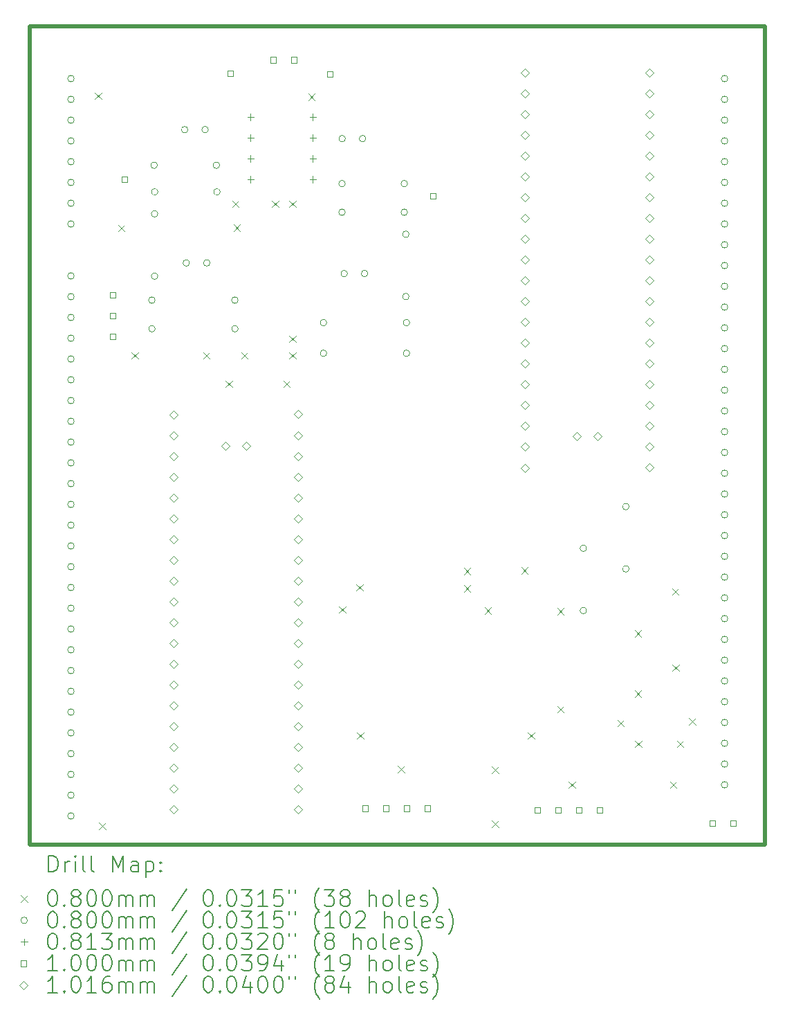
<source format=gbr>
%TF.GenerationSoftware,KiCad,Pcbnew,7.0.5-7.0.5~ubuntu20.04.1*%
%TF.CreationDate,2023-08-01T16:37:57-03:00*%
%TF.ProjectId,condicionamento_BIA_v02,636f6e64-6963-4696-9f6e-616d656e746f,v01*%
%TF.SameCoordinates,Original*%
%TF.FileFunction,Drillmap*%
%TF.FilePolarity,Positive*%
%FSLAX45Y45*%
G04 Gerber Fmt 4.5, Leading zero omitted, Abs format (unit mm)*
G04 Created by KiCad (PCBNEW 7.0.5-7.0.5~ubuntu20.04.1) date 2023-08-01 16:37:57*
%MOMM*%
%LPD*%
G01*
G04 APERTURE LIST*
%ADD10C,0.500000*%
%ADD11C,0.200000*%
%ADD12C,0.080000*%
%ADD13C,0.081280*%
%ADD14C,0.100000*%
%ADD15C,0.101600*%
G04 APERTURE END LIST*
D10*
X19160000Y-5080000D02*
X10160000Y-5080000D01*
X19160000Y-15080000D02*
X19160000Y-5080000D01*
X19159982Y-15079980D02*
X10160000Y-15079980D01*
X10160000Y-5080000D02*
X10160000Y-15079980D01*
D11*
D12*
X10960000Y-5888450D02*
X11040000Y-5968450D01*
X11040000Y-5888450D02*
X10960000Y-5968450D01*
X11014068Y-14815932D02*
X11094068Y-14895932D01*
X11094068Y-14815932D02*
X11014068Y-14895932D01*
X11244910Y-7505090D02*
X11324910Y-7585090D01*
X11324910Y-7505090D02*
X11244910Y-7585090D01*
X11410000Y-9060000D02*
X11490000Y-9140000D01*
X11490000Y-9060000D02*
X11410000Y-9140000D01*
X12285000Y-9060000D02*
X12365000Y-9140000D01*
X12365000Y-9060000D02*
X12285000Y-9140000D01*
X12560000Y-9410000D02*
X12640000Y-9490000D01*
X12640000Y-9410000D02*
X12560000Y-9490000D01*
X12640000Y-7210000D02*
X12720000Y-7290000D01*
X12720000Y-7210000D02*
X12640000Y-7290000D01*
X12660000Y-7500000D02*
X12740000Y-7580000D01*
X12740000Y-7500000D02*
X12660000Y-7580000D01*
X12750000Y-9060000D02*
X12830000Y-9140000D01*
X12830000Y-9060000D02*
X12750000Y-9140000D01*
X13130000Y-7210000D02*
X13210000Y-7290000D01*
X13210000Y-7210000D02*
X13130000Y-7290000D01*
X13270000Y-9410000D02*
X13350000Y-9490000D01*
X13350000Y-9410000D02*
X13270000Y-9490000D01*
X13340000Y-7210000D02*
X13420000Y-7290000D01*
X13420000Y-7210000D02*
X13340000Y-7290000D01*
X13340000Y-8860000D02*
X13420000Y-8940000D01*
X13420000Y-8860000D02*
X13340000Y-8940000D01*
X13340000Y-9060000D02*
X13420000Y-9140000D01*
X13420000Y-9060000D02*
X13340000Y-9140000D01*
X13573450Y-5900000D02*
X13653450Y-5980000D01*
X13653450Y-5900000D02*
X13573450Y-5980000D01*
X13950000Y-12170000D02*
X14030000Y-12250000D01*
X14030000Y-12170000D02*
X13950000Y-12250000D01*
X14163500Y-11900000D02*
X14243500Y-11980000D01*
X14243500Y-11900000D02*
X14163500Y-11980000D01*
X14170000Y-13710000D02*
X14250000Y-13790000D01*
X14250000Y-13710000D02*
X14170000Y-13790000D01*
X14670000Y-14120000D02*
X14750000Y-14200000D01*
X14750000Y-14120000D02*
X14670000Y-14200000D01*
X15480000Y-11700000D02*
X15560000Y-11780000D01*
X15560000Y-11700000D02*
X15480000Y-11780000D01*
X15480000Y-11910000D02*
X15560000Y-11990000D01*
X15560000Y-11910000D02*
X15480000Y-11990000D01*
X15734450Y-12181000D02*
X15814450Y-12261000D01*
X15814450Y-12181000D02*
X15734450Y-12261000D01*
X15820000Y-14130000D02*
X15900000Y-14210000D01*
X15900000Y-14130000D02*
X15820000Y-14210000D01*
X15820000Y-14790000D02*
X15900000Y-14870000D01*
X15900000Y-14790000D02*
X15820000Y-14870000D01*
X16180000Y-11690000D02*
X16260000Y-11770000D01*
X16260000Y-11690000D02*
X16180000Y-11770000D01*
X16260000Y-13710000D02*
X16340000Y-13790000D01*
X16340000Y-13710000D02*
X16260000Y-13790000D01*
X16620000Y-12190000D02*
X16700000Y-12270000D01*
X16700000Y-12190000D02*
X16620000Y-12270000D01*
X16620000Y-13390000D02*
X16700000Y-13470000D01*
X16700000Y-13390000D02*
X16620000Y-13470000D01*
X16760000Y-14310000D02*
X16840000Y-14390000D01*
X16840000Y-14310000D02*
X16760000Y-14390000D01*
X17360000Y-13560000D02*
X17440000Y-13640000D01*
X17440000Y-13560000D02*
X17360000Y-13640000D01*
X17570000Y-12460000D02*
X17650000Y-12540000D01*
X17650000Y-12460000D02*
X17570000Y-12540000D01*
X17570000Y-13196550D02*
X17650000Y-13276550D01*
X17650000Y-13196550D02*
X17570000Y-13276550D01*
X17573450Y-13810000D02*
X17653450Y-13890000D01*
X17653450Y-13810000D02*
X17573450Y-13890000D01*
X18003450Y-14310000D02*
X18083450Y-14390000D01*
X18083450Y-14310000D02*
X18003450Y-14390000D01*
X18026550Y-11950000D02*
X18106550Y-12030000D01*
X18106550Y-11950000D02*
X18026550Y-12030000D01*
X18030000Y-12880000D02*
X18110000Y-12960000D01*
X18110000Y-12880000D02*
X18030000Y-12960000D01*
X18085000Y-13810000D02*
X18165000Y-13890000D01*
X18165000Y-13810000D02*
X18085000Y-13890000D01*
X18235000Y-13535000D02*
X18315000Y-13615000D01*
X18315000Y-13535000D02*
X18235000Y-13615000D01*
X10708000Y-5715000D02*
G75*
G03*
X10708000Y-5715000I-40000J0D01*
G01*
X10708000Y-5969000D02*
G75*
G03*
X10708000Y-5969000I-40000J0D01*
G01*
X10708000Y-6223000D02*
G75*
G03*
X10708000Y-6223000I-40000J0D01*
G01*
X10708000Y-6477000D02*
G75*
G03*
X10708000Y-6477000I-40000J0D01*
G01*
X10708000Y-6731000D02*
G75*
G03*
X10708000Y-6731000I-40000J0D01*
G01*
X10708000Y-6985000D02*
G75*
G03*
X10708000Y-6985000I-40000J0D01*
G01*
X10708000Y-7239000D02*
G75*
G03*
X10708000Y-7239000I-40000J0D01*
G01*
X10708000Y-7493000D02*
G75*
G03*
X10708000Y-7493000I-40000J0D01*
G01*
X10708000Y-8128000D02*
G75*
G03*
X10708000Y-8128000I-40000J0D01*
G01*
X10708000Y-8382000D02*
G75*
G03*
X10708000Y-8382000I-40000J0D01*
G01*
X10708000Y-8636000D02*
G75*
G03*
X10708000Y-8636000I-40000J0D01*
G01*
X10708000Y-8890000D02*
G75*
G03*
X10708000Y-8890000I-40000J0D01*
G01*
X10708000Y-9144000D02*
G75*
G03*
X10708000Y-9144000I-40000J0D01*
G01*
X10708000Y-9398000D02*
G75*
G03*
X10708000Y-9398000I-40000J0D01*
G01*
X10708000Y-9652000D02*
G75*
G03*
X10708000Y-9652000I-40000J0D01*
G01*
X10708000Y-9906000D02*
G75*
G03*
X10708000Y-9906000I-40000J0D01*
G01*
X10708000Y-10160000D02*
G75*
G03*
X10708000Y-10160000I-40000J0D01*
G01*
X10708000Y-10414000D02*
G75*
G03*
X10708000Y-10414000I-40000J0D01*
G01*
X10708000Y-10668000D02*
G75*
G03*
X10708000Y-10668000I-40000J0D01*
G01*
X10708000Y-10922000D02*
G75*
G03*
X10708000Y-10922000I-40000J0D01*
G01*
X10708000Y-11176000D02*
G75*
G03*
X10708000Y-11176000I-40000J0D01*
G01*
X10708000Y-11430000D02*
G75*
G03*
X10708000Y-11430000I-40000J0D01*
G01*
X10708000Y-11684000D02*
G75*
G03*
X10708000Y-11684000I-40000J0D01*
G01*
X10708000Y-11938000D02*
G75*
G03*
X10708000Y-11938000I-40000J0D01*
G01*
X10708000Y-12192000D02*
G75*
G03*
X10708000Y-12192000I-40000J0D01*
G01*
X10708000Y-12446000D02*
G75*
G03*
X10708000Y-12446000I-40000J0D01*
G01*
X10708000Y-12700000D02*
G75*
G03*
X10708000Y-12700000I-40000J0D01*
G01*
X10708000Y-12954000D02*
G75*
G03*
X10708000Y-12954000I-40000J0D01*
G01*
X10708000Y-13208000D02*
G75*
G03*
X10708000Y-13208000I-40000J0D01*
G01*
X10708000Y-13462000D02*
G75*
G03*
X10708000Y-13462000I-40000J0D01*
G01*
X10708000Y-13716000D02*
G75*
G03*
X10708000Y-13716000I-40000J0D01*
G01*
X10708000Y-13970000D02*
G75*
G03*
X10708000Y-13970000I-40000J0D01*
G01*
X10708000Y-14224000D02*
G75*
G03*
X10708000Y-14224000I-40000J0D01*
G01*
X10708000Y-14478000D02*
G75*
G03*
X10708000Y-14478000I-40000J0D01*
G01*
X10708000Y-14732000D02*
G75*
G03*
X10708000Y-14732000I-40000J0D01*
G01*
X11699000Y-8425000D02*
G75*
G03*
X11699000Y-8425000I-40000J0D01*
G01*
X11699000Y-8775000D02*
G75*
G03*
X11699000Y-8775000I-40000J0D01*
G01*
X11726000Y-6775000D02*
G75*
G03*
X11726000Y-6775000I-40000J0D01*
G01*
X11732000Y-7100000D02*
G75*
G03*
X11732000Y-7100000I-40000J0D01*
G01*
X11732000Y-7369000D02*
G75*
G03*
X11732000Y-7369000I-40000J0D01*
G01*
X11732000Y-8131000D02*
G75*
G03*
X11732000Y-8131000I-40000J0D01*
G01*
X12100000Y-6340000D02*
G75*
G03*
X12100000Y-6340000I-40000J0D01*
G01*
X12120000Y-7970000D02*
G75*
G03*
X12120000Y-7970000I-40000J0D01*
G01*
X12350000Y-6340000D02*
G75*
G03*
X12350000Y-6340000I-40000J0D01*
G01*
X12370000Y-7970000D02*
G75*
G03*
X12370000Y-7970000I-40000J0D01*
G01*
X12488000Y-6775000D02*
G75*
G03*
X12488000Y-6775000I-40000J0D01*
G01*
X12494000Y-7100000D02*
G75*
G03*
X12494000Y-7100000I-40000J0D01*
G01*
X12715000Y-8425000D02*
G75*
G03*
X12715000Y-8425000I-40000J0D01*
G01*
X12715000Y-8775000D02*
G75*
G03*
X12715000Y-8775000I-40000J0D01*
G01*
X13799000Y-8700000D02*
G75*
G03*
X13799000Y-8700000I-40000J0D01*
G01*
X13799000Y-9075000D02*
G75*
G03*
X13799000Y-9075000I-40000J0D01*
G01*
X14026000Y-7000000D02*
G75*
G03*
X14026000Y-7000000I-40000J0D01*
G01*
X14026000Y-7350000D02*
G75*
G03*
X14026000Y-7350000I-40000J0D01*
G01*
X14027511Y-6450000D02*
G75*
G03*
X14027511Y-6450000I-40000J0D01*
G01*
X14052511Y-8100000D02*
G75*
G03*
X14052511Y-8100000I-40000J0D01*
G01*
X14277511Y-6450000D02*
G75*
G03*
X14277511Y-6450000I-40000J0D01*
G01*
X14302511Y-8100000D02*
G75*
G03*
X14302511Y-8100000I-40000J0D01*
G01*
X14788000Y-7000000D02*
G75*
G03*
X14788000Y-7000000I-40000J0D01*
G01*
X14788000Y-7350000D02*
G75*
G03*
X14788000Y-7350000I-40000J0D01*
G01*
X14807000Y-7619000D02*
G75*
G03*
X14807000Y-7619000I-40000J0D01*
G01*
X14807000Y-8381000D02*
G75*
G03*
X14807000Y-8381000I-40000J0D01*
G01*
X14815000Y-8700000D02*
G75*
G03*
X14815000Y-8700000I-40000J0D01*
G01*
X14815000Y-9075000D02*
G75*
G03*
X14815000Y-9075000I-40000J0D01*
G01*
X16980000Y-11459000D02*
G75*
G03*
X16980000Y-11459000I-40000J0D01*
G01*
X16980000Y-12221000D02*
G75*
G03*
X16980000Y-12221000I-40000J0D01*
G01*
X17500000Y-10950000D02*
G75*
G03*
X17500000Y-10950000I-40000J0D01*
G01*
X17500000Y-11712000D02*
G75*
G03*
X17500000Y-11712000I-40000J0D01*
G01*
X18709000Y-5715000D02*
G75*
G03*
X18709000Y-5715000I-40000J0D01*
G01*
X18709000Y-5969000D02*
G75*
G03*
X18709000Y-5969000I-40000J0D01*
G01*
X18709000Y-6223000D02*
G75*
G03*
X18709000Y-6223000I-40000J0D01*
G01*
X18709000Y-6477000D02*
G75*
G03*
X18709000Y-6477000I-40000J0D01*
G01*
X18709000Y-6731000D02*
G75*
G03*
X18709000Y-6731000I-40000J0D01*
G01*
X18709000Y-6985000D02*
G75*
G03*
X18709000Y-6985000I-40000J0D01*
G01*
X18709000Y-7239000D02*
G75*
G03*
X18709000Y-7239000I-40000J0D01*
G01*
X18709000Y-7493000D02*
G75*
G03*
X18709000Y-7493000I-40000J0D01*
G01*
X18709000Y-7747000D02*
G75*
G03*
X18709000Y-7747000I-40000J0D01*
G01*
X18709000Y-8001000D02*
G75*
G03*
X18709000Y-8001000I-40000J0D01*
G01*
X18709000Y-8255000D02*
G75*
G03*
X18709000Y-8255000I-40000J0D01*
G01*
X18709000Y-8509000D02*
G75*
G03*
X18709000Y-8509000I-40000J0D01*
G01*
X18709000Y-8763000D02*
G75*
G03*
X18709000Y-8763000I-40000J0D01*
G01*
X18709000Y-9017000D02*
G75*
G03*
X18709000Y-9017000I-40000J0D01*
G01*
X18709000Y-9271000D02*
G75*
G03*
X18709000Y-9271000I-40000J0D01*
G01*
X18709000Y-9525000D02*
G75*
G03*
X18709000Y-9525000I-40000J0D01*
G01*
X18709000Y-9779000D02*
G75*
G03*
X18709000Y-9779000I-40000J0D01*
G01*
X18709000Y-10033000D02*
G75*
G03*
X18709000Y-10033000I-40000J0D01*
G01*
X18709000Y-10287000D02*
G75*
G03*
X18709000Y-10287000I-40000J0D01*
G01*
X18709000Y-10541000D02*
G75*
G03*
X18709000Y-10541000I-40000J0D01*
G01*
X18709000Y-10795000D02*
G75*
G03*
X18709000Y-10795000I-40000J0D01*
G01*
X18709000Y-11049000D02*
G75*
G03*
X18709000Y-11049000I-40000J0D01*
G01*
X18709000Y-11303000D02*
G75*
G03*
X18709000Y-11303000I-40000J0D01*
G01*
X18709000Y-11557000D02*
G75*
G03*
X18709000Y-11557000I-40000J0D01*
G01*
X18709000Y-11811000D02*
G75*
G03*
X18709000Y-11811000I-40000J0D01*
G01*
X18709000Y-12065000D02*
G75*
G03*
X18709000Y-12065000I-40000J0D01*
G01*
X18709000Y-12319000D02*
G75*
G03*
X18709000Y-12319000I-40000J0D01*
G01*
X18709000Y-12573000D02*
G75*
G03*
X18709000Y-12573000I-40000J0D01*
G01*
X18709000Y-12827000D02*
G75*
G03*
X18709000Y-12827000I-40000J0D01*
G01*
X18709000Y-13081000D02*
G75*
G03*
X18709000Y-13081000I-40000J0D01*
G01*
X18709000Y-13335000D02*
G75*
G03*
X18709000Y-13335000I-40000J0D01*
G01*
X18709000Y-13589000D02*
G75*
G03*
X18709000Y-13589000I-40000J0D01*
G01*
X18709000Y-13843000D02*
G75*
G03*
X18709000Y-13843000I-40000J0D01*
G01*
X18709000Y-14097000D02*
G75*
G03*
X18709000Y-14097000I-40000J0D01*
G01*
X18709000Y-14351000D02*
G75*
G03*
X18709000Y-14351000I-40000J0D01*
G01*
D13*
X12867000Y-6147360D02*
X12867000Y-6228640D01*
X12826360Y-6188000D02*
X12907640Y-6188000D01*
X12867000Y-6401360D02*
X12867000Y-6482640D01*
X12826360Y-6442000D02*
X12907640Y-6442000D01*
X12867000Y-6655360D02*
X12867000Y-6736640D01*
X12826360Y-6696000D02*
X12907640Y-6696000D01*
X12867000Y-6909360D02*
X12867000Y-6990640D01*
X12826360Y-6950000D02*
X12907640Y-6950000D01*
X13629000Y-6147360D02*
X13629000Y-6228640D01*
X13588360Y-6188000D02*
X13669640Y-6188000D01*
X13629000Y-6401360D02*
X13629000Y-6482640D01*
X13588360Y-6442000D02*
X13669640Y-6442000D01*
X13629000Y-6655360D02*
X13629000Y-6736640D01*
X13588360Y-6696000D02*
X13669640Y-6696000D01*
X13629000Y-6909360D02*
X13629000Y-6990640D01*
X13588360Y-6950000D02*
X13669640Y-6950000D01*
D14*
X11215356Y-8395356D02*
X11215356Y-8324644D01*
X11144644Y-8324644D01*
X11144644Y-8395356D01*
X11215356Y-8395356D01*
X11215356Y-8649356D02*
X11215356Y-8578644D01*
X11144644Y-8578644D01*
X11144644Y-8649356D01*
X11215356Y-8649356D01*
X11215356Y-8903356D02*
X11215356Y-8832644D01*
X11144644Y-8832644D01*
X11144644Y-8903356D01*
X11215356Y-8903356D01*
X11360356Y-6985356D02*
X11360356Y-6914644D01*
X11289644Y-6914644D01*
X11289644Y-6985356D01*
X11360356Y-6985356D01*
X12652356Y-5685356D02*
X12652356Y-5614644D01*
X12581644Y-5614644D01*
X12581644Y-5685356D01*
X12652356Y-5685356D01*
X13181356Y-5522856D02*
X13181356Y-5452144D01*
X13110644Y-5452144D01*
X13110644Y-5522856D01*
X13181356Y-5522856D01*
X13435356Y-5522856D02*
X13435356Y-5452144D01*
X13364644Y-5452144D01*
X13364644Y-5522856D01*
X13435356Y-5522856D01*
X13875356Y-5695356D02*
X13875356Y-5624644D01*
X13804644Y-5624644D01*
X13804644Y-5695356D01*
X13875356Y-5695356D01*
X14305356Y-14675356D02*
X14305356Y-14604644D01*
X14234644Y-14604644D01*
X14234644Y-14675356D01*
X14305356Y-14675356D01*
X14559356Y-14675356D02*
X14559356Y-14604644D01*
X14488644Y-14604644D01*
X14488644Y-14675356D01*
X14559356Y-14675356D01*
X14813356Y-14675356D02*
X14813356Y-14604644D01*
X14742644Y-14604644D01*
X14742644Y-14675356D01*
X14813356Y-14675356D01*
X15067356Y-14675356D02*
X15067356Y-14604644D01*
X14996644Y-14604644D01*
X14996644Y-14675356D01*
X15067356Y-14675356D01*
X15135356Y-7185356D02*
X15135356Y-7114644D01*
X15064644Y-7114644D01*
X15064644Y-7185356D01*
X15135356Y-7185356D01*
X16413356Y-14695356D02*
X16413356Y-14624644D01*
X16342644Y-14624644D01*
X16342644Y-14695356D01*
X16413356Y-14695356D01*
X16667356Y-14695356D02*
X16667356Y-14624644D01*
X16596644Y-14624644D01*
X16596644Y-14695356D01*
X16667356Y-14695356D01*
X16921356Y-14695356D02*
X16921356Y-14624644D01*
X16850644Y-14624644D01*
X16850644Y-14695356D01*
X16921356Y-14695356D01*
X17175356Y-14695356D02*
X17175356Y-14624644D01*
X17104644Y-14624644D01*
X17104644Y-14695356D01*
X17175356Y-14695356D01*
X18555356Y-14855356D02*
X18555356Y-14784644D01*
X18484644Y-14784644D01*
X18484644Y-14855356D01*
X18555356Y-14855356D01*
X18809356Y-14855356D02*
X18809356Y-14784644D01*
X18738644Y-14784644D01*
X18738644Y-14855356D01*
X18809356Y-14855356D01*
D15*
X11926000Y-9873800D02*
X11976800Y-9823000D01*
X11926000Y-9772200D01*
X11875200Y-9823000D01*
X11926000Y-9873800D01*
X11926000Y-10127800D02*
X11976800Y-10077000D01*
X11926000Y-10026200D01*
X11875200Y-10077000D01*
X11926000Y-10127800D01*
X11926000Y-10381800D02*
X11976800Y-10331000D01*
X11926000Y-10280200D01*
X11875200Y-10331000D01*
X11926000Y-10381800D01*
X11926000Y-10635800D02*
X11976800Y-10585000D01*
X11926000Y-10534200D01*
X11875200Y-10585000D01*
X11926000Y-10635800D01*
X11926000Y-10889800D02*
X11976800Y-10839000D01*
X11926000Y-10788200D01*
X11875200Y-10839000D01*
X11926000Y-10889800D01*
X11926000Y-11143800D02*
X11976800Y-11093000D01*
X11926000Y-11042200D01*
X11875200Y-11093000D01*
X11926000Y-11143800D01*
X11926000Y-11397800D02*
X11976800Y-11347000D01*
X11926000Y-11296200D01*
X11875200Y-11347000D01*
X11926000Y-11397800D01*
X11926000Y-11651800D02*
X11976800Y-11601000D01*
X11926000Y-11550200D01*
X11875200Y-11601000D01*
X11926000Y-11651800D01*
X11926000Y-11905800D02*
X11976800Y-11855000D01*
X11926000Y-11804200D01*
X11875200Y-11855000D01*
X11926000Y-11905800D01*
X11926000Y-12159800D02*
X11976800Y-12109000D01*
X11926000Y-12058200D01*
X11875200Y-12109000D01*
X11926000Y-12159800D01*
X11926000Y-12413800D02*
X11976800Y-12363000D01*
X11926000Y-12312200D01*
X11875200Y-12363000D01*
X11926000Y-12413800D01*
X11926000Y-12667800D02*
X11976800Y-12617000D01*
X11926000Y-12566200D01*
X11875200Y-12617000D01*
X11926000Y-12667800D01*
X11926000Y-12921800D02*
X11976800Y-12871000D01*
X11926000Y-12820200D01*
X11875200Y-12871000D01*
X11926000Y-12921800D01*
X11926000Y-13175800D02*
X11976800Y-13125000D01*
X11926000Y-13074200D01*
X11875200Y-13125000D01*
X11926000Y-13175800D01*
X11926000Y-13429800D02*
X11976800Y-13379000D01*
X11926000Y-13328200D01*
X11875200Y-13379000D01*
X11926000Y-13429800D01*
X11926000Y-13683800D02*
X11976800Y-13633000D01*
X11926000Y-13582200D01*
X11875200Y-13633000D01*
X11926000Y-13683800D01*
X11926000Y-13937800D02*
X11976800Y-13887000D01*
X11926000Y-13836200D01*
X11875200Y-13887000D01*
X11926000Y-13937800D01*
X11926000Y-14191800D02*
X11976800Y-14141000D01*
X11926000Y-14090200D01*
X11875200Y-14141000D01*
X11926000Y-14191800D01*
X11926000Y-14445800D02*
X11976800Y-14395000D01*
X11926000Y-14344200D01*
X11875200Y-14395000D01*
X11926000Y-14445800D01*
X11926000Y-14699800D02*
X11976800Y-14649000D01*
X11926000Y-14598200D01*
X11875200Y-14649000D01*
X11926000Y-14699800D01*
X12562000Y-10254800D02*
X12612800Y-10204000D01*
X12562000Y-10153200D01*
X12511200Y-10204000D01*
X12562000Y-10254800D01*
X12816000Y-10254800D02*
X12866800Y-10204000D01*
X12816000Y-10153200D01*
X12765200Y-10204000D01*
X12816000Y-10254800D01*
X13450000Y-9868720D02*
X13500800Y-9817920D01*
X13450000Y-9767120D01*
X13399200Y-9817920D01*
X13450000Y-9868720D01*
X13450000Y-10127800D02*
X13500800Y-10077000D01*
X13450000Y-10026200D01*
X13399200Y-10077000D01*
X13450000Y-10127800D01*
X13450000Y-10381800D02*
X13500800Y-10331000D01*
X13450000Y-10280200D01*
X13399200Y-10331000D01*
X13450000Y-10381800D01*
X13450000Y-10635800D02*
X13500800Y-10585000D01*
X13450000Y-10534200D01*
X13399200Y-10585000D01*
X13450000Y-10635800D01*
X13450000Y-10889800D02*
X13500800Y-10839000D01*
X13450000Y-10788200D01*
X13399200Y-10839000D01*
X13450000Y-10889800D01*
X13450000Y-11143800D02*
X13500800Y-11093000D01*
X13450000Y-11042200D01*
X13399200Y-11093000D01*
X13450000Y-11143800D01*
X13450000Y-11397800D02*
X13500800Y-11347000D01*
X13450000Y-11296200D01*
X13399200Y-11347000D01*
X13450000Y-11397800D01*
X13450000Y-11651800D02*
X13500800Y-11601000D01*
X13450000Y-11550200D01*
X13399200Y-11601000D01*
X13450000Y-11651800D01*
X13450000Y-11905800D02*
X13500800Y-11855000D01*
X13450000Y-11804200D01*
X13399200Y-11855000D01*
X13450000Y-11905800D01*
X13450000Y-12159800D02*
X13500800Y-12109000D01*
X13450000Y-12058200D01*
X13399200Y-12109000D01*
X13450000Y-12159800D01*
X13450000Y-12413800D02*
X13500800Y-12363000D01*
X13450000Y-12312200D01*
X13399200Y-12363000D01*
X13450000Y-12413800D01*
X13450000Y-12667800D02*
X13500800Y-12617000D01*
X13450000Y-12566200D01*
X13399200Y-12617000D01*
X13450000Y-12667800D01*
X13450000Y-12921800D02*
X13500800Y-12871000D01*
X13450000Y-12820200D01*
X13399200Y-12871000D01*
X13450000Y-12921800D01*
X13450000Y-13175800D02*
X13500800Y-13125000D01*
X13450000Y-13074200D01*
X13399200Y-13125000D01*
X13450000Y-13175800D01*
X13450000Y-13429800D02*
X13500800Y-13379000D01*
X13450000Y-13328200D01*
X13399200Y-13379000D01*
X13450000Y-13429800D01*
X13450000Y-13683800D02*
X13500800Y-13633000D01*
X13450000Y-13582200D01*
X13399200Y-13633000D01*
X13450000Y-13683800D01*
X13450000Y-13937800D02*
X13500800Y-13887000D01*
X13450000Y-13836200D01*
X13399200Y-13887000D01*
X13450000Y-13937800D01*
X13450000Y-14191800D02*
X13500800Y-14141000D01*
X13450000Y-14090200D01*
X13399200Y-14141000D01*
X13450000Y-14191800D01*
X13450000Y-14445800D02*
X13500800Y-14395000D01*
X13450000Y-14344200D01*
X13399200Y-14395000D01*
X13450000Y-14445800D01*
X13450000Y-14699800D02*
X13500800Y-14649000D01*
X13450000Y-14598200D01*
X13399200Y-14649000D01*
X13450000Y-14699800D01*
X16225000Y-5694800D02*
X16275800Y-5644000D01*
X16225000Y-5593200D01*
X16174200Y-5644000D01*
X16225000Y-5694800D01*
X16225000Y-5948800D02*
X16275800Y-5898000D01*
X16225000Y-5847200D01*
X16174200Y-5898000D01*
X16225000Y-5948800D01*
X16225000Y-6202800D02*
X16275800Y-6152000D01*
X16225000Y-6101200D01*
X16174200Y-6152000D01*
X16225000Y-6202800D01*
X16225000Y-6456800D02*
X16275800Y-6406000D01*
X16225000Y-6355200D01*
X16174200Y-6406000D01*
X16225000Y-6456800D01*
X16225000Y-6710800D02*
X16275800Y-6660000D01*
X16225000Y-6609200D01*
X16174200Y-6660000D01*
X16225000Y-6710800D01*
X16225000Y-6964800D02*
X16275800Y-6914000D01*
X16225000Y-6863200D01*
X16174200Y-6914000D01*
X16225000Y-6964800D01*
X16225000Y-7218800D02*
X16275800Y-7168000D01*
X16225000Y-7117200D01*
X16174200Y-7168000D01*
X16225000Y-7218800D01*
X16225000Y-7472800D02*
X16275800Y-7422000D01*
X16225000Y-7371200D01*
X16174200Y-7422000D01*
X16225000Y-7472800D01*
X16225000Y-7726800D02*
X16275800Y-7676000D01*
X16225000Y-7625200D01*
X16174200Y-7676000D01*
X16225000Y-7726800D01*
X16225000Y-7980800D02*
X16275800Y-7930000D01*
X16225000Y-7879200D01*
X16174200Y-7930000D01*
X16225000Y-7980800D01*
X16225000Y-8234800D02*
X16275800Y-8184000D01*
X16225000Y-8133200D01*
X16174200Y-8184000D01*
X16225000Y-8234800D01*
X16225000Y-8488800D02*
X16275800Y-8438000D01*
X16225000Y-8387200D01*
X16174200Y-8438000D01*
X16225000Y-8488800D01*
X16225000Y-8742800D02*
X16275800Y-8692000D01*
X16225000Y-8641200D01*
X16174200Y-8692000D01*
X16225000Y-8742800D01*
X16225000Y-8996800D02*
X16275800Y-8946000D01*
X16225000Y-8895200D01*
X16174200Y-8946000D01*
X16225000Y-8996800D01*
X16225000Y-9250800D02*
X16275800Y-9200000D01*
X16225000Y-9149200D01*
X16174200Y-9200000D01*
X16225000Y-9250800D01*
X16225000Y-9504800D02*
X16275800Y-9454000D01*
X16225000Y-9403200D01*
X16174200Y-9454000D01*
X16225000Y-9504800D01*
X16225000Y-9758800D02*
X16275800Y-9708000D01*
X16225000Y-9657200D01*
X16174200Y-9708000D01*
X16225000Y-9758800D01*
X16225000Y-10012800D02*
X16275800Y-9962000D01*
X16225000Y-9911200D01*
X16174200Y-9962000D01*
X16225000Y-10012800D01*
X16225000Y-10266800D02*
X16275800Y-10216000D01*
X16225000Y-10165200D01*
X16174200Y-10216000D01*
X16225000Y-10266800D01*
X16225000Y-10525880D02*
X16275800Y-10475080D01*
X16225000Y-10424280D01*
X16174200Y-10475080D01*
X16225000Y-10525880D01*
X16859000Y-10139800D02*
X16909800Y-10089000D01*
X16859000Y-10038200D01*
X16808200Y-10089000D01*
X16859000Y-10139800D01*
X17113000Y-10139800D02*
X17163800Y-10089000D01*
X17113000Y-10038200D01*
X17062200Y-10089000D01*
X17113000Y-10139800D01*
X17749000Y-5694800D02*
X17799800Y-5644000D01*
X17749000Y-5593200D01*
X17698200Y-5644000D01*
X17749000Y-5694800D01*
X17749000Y-5948800D02*
X17799800Y-5898000D01*
X17749000Y-5847200D01*
X17698200Y-5898000D01*
X17749000Y-5948800D01*
X17749000Y-6202800D02*
X17799800Y-6152000D01*
X17749000Y-6101200D01*
X17698200Y-6152000D01*
X17749000Y-6202800D01*
X17749000Y-6456800D02*
X17799800Y-6406000D01*
X17749000Y-6355200D01*
X17698200Y-6406000D01*
X17749000Y-6456800D01*
X17749000Y-6710800D02*
X17799800Y-6660000D01*
X17749000Y-6609200D01*
X17698200Y-6660000D01*
X17749000Y-6710800D01*
X17749000Y-6964800D02*
X17799800Y-6914000D01*
X17749000Y-6863200D01*
X17698200Y-6914000D01*
X17749000Y-6964800D01*
X17749000Y-7218800D02*
X17799800Y-7168000D01*
X17749000Y-7117200D01*
X17698200Y-7168000D01*
X17749000Y-7218800D01*
X17749000Y-7472800D02*
X17799800Y-7422000D01*
X17749000Y-7371200D01*
X17698200Y-7422000D01*
X17749000Y-7472800D01*
X17749000Y-7726800D02*
X17799800Y-7676000D01*
X17749000Y-7625200D01*
X17698200Y-7676000D01*
X17749000Y-7726800D01*
X17749000Y-7980800D02*
X17799800Y-7930000D01*
X17749000Y-7879200D01*
X17698200Y-7930000D01*
X17749000Y-7980800D01*
X17749000Y-8234800D02*
X17799800Y-8184000D01*
X17749000Y-8133200D01*
X17698200Y-8184000D01*
X17749000Y-8234800D01*
X17749000Y-8488800D02*
X17799800Y-8438000D01*
X17749000Y-8387200D01*
X17698200Y-8438000D01*
X17749000Y-8488800D01*
X17749000Y-8742800D02*
X17799800Y-8692000D01*
X17749000Y-8641200D01*
X17698200Y-8692000D01*
X17749000Y-8742800D01*
X17749000Y-8996800D02*
X17799800Y-8946000D01*
X17749000Y-8895200D01*
X17698200Y-8946000D01*
X17749000Y-8996800D01*
X17749000Y-9250800D02*
X17799800Y-9200000D01*
X17749000Y-9149200D01*
X17698200Y-9200000D01*
X17749000Y-9250800D01*
X17749000Y-9504800D02*
X17799800Y-9454000D01*
X17749000Y-9403200D01*
X17698200Y-9454000D01*
X17749000Y-9504800D01*
X17749000Y-9758800D02*
X17799800Y-9708000D01*
X17749000Y-9657200D01*
X17698200Y-9708000D01*
X17749000Y-9758800D01*
X17749000Y-10012800D02*
X17799800Y-9962000D01*
X17749000Y-9911200D01*
X17698200Y-9962000D01*
X17749000Y-10012800D01*
X17749000Y-10266800D02*
X17799800Y-10216000D01*
X17749000Y-10165200D01*
X17698200Y-10216000D01*
X17749000Y-10266800D01*
X17749000Y-10520800D02*
X17799800Y-10470000D01*
X17749000Y-10419200D01*
X17698200Y-10470000D01*
X17749000Y-10520800D01*
D11*
X10395777Y-15416484D02*
X10395777Y-15216484D01*
X10395777Y-15216484D02*
X10443396Y-15216484D01*
X10443396Y-15216484D02*
X10471967Y-15226008D01*
X10471967Y-15226008D02*
X10491015Y-15245055D01*
X10491015Y-15245055D02*
X10500539Y-15264103D01*
X10500539Y-15264103D02*
X10510063Y-15302198D01*
X10510063Y-15302198D02*
X10510063Y-15330769D01*
X10510063Y-15330769D02*
X10500539Y-15368865D01*
X10500539Y-15368865D02*
X10491015Y-15387912D01*
X10491015Y-15387912D02*
X10471967Y-15406960D01*
X10471967Y-15406960D02*
X10443396Y-15416484D01*
X10443396Y-15416484D02*
X10395777Y-15416484D01*
X10595777Y-15416484D02*
X10595777Y-15283150D01*
X10595777Y-15321246D02*
X10605301Y-15302198D01*
X10605301Y-15302198D02*
X10614824Y-15292674D01*
X10614824Y-15292674D02*
X10633872Y-15283150D01*
X10633872Y-15283150D02*
X10652920Y-15283150D01*
X10719586Y-15416484D02*
X10719586Y-15283150D01*
X10719586Y-15216484D02*
X10710063Y-15226008D01*
X10710063Y-15226008D02*
X10719586Y-15235531D01*
X10719586Y-15235531D02*
X10729110Y-15226008D01*
X10729110Y-15226008D02*
X10719586Y-15216484D01*
X10719586Y-15216484D02*
X10719586Y-15235531D01*
X10843396Y-15416484D02*
X10824348Y-15406960D01*
X10824348Y-15406960D02*
X10814824Y-15387912D01*
X10814824Y-15387912D02*
X10814824Y-15216484D01*
X10948158Y-15416484D02*
X10929110Y-15406960D01*
X10929110Y-15406960D02*
X10919586Y-15387912D01*
X10919586Y-15387912D02*
X10919586Y-15216484D01*
X11176729Y-15416484D02*
X11176729Y-15216484D01*
X11176729Y-15216484D02*
X11243396Y-15359341D01*
X11243396Y-15359341D02*
X11310062Y-15216484D01*
X11310062Y-15216484D02*
X11310062Y-15416484D01*
X11491015Y-15416484D02*
X11491015Y-15311722D01*
X11491015Y-15311722D02*
X11481491Y-15292674D01*
X11481491Y-15292674D02*
X11462443Y-15283150D01*
X11462443Y-15283150D02*
X11424348Y-15283150D01*
X11424348Y-15283150D02*
X11405301Y-15292674D01*
X11491015Y-15406960D02*
X11471967Y-15416484D01*
X11471967Y-15416484D02*
X11424348Y-15416484D01*
X11424348Y-15416484D02*
X11405301Y-15406960D01*
X11405301Y-15406960D02*
X11395777Y-15387912D01*
X11395777Y-15387912D02*
X11395777Y-15368865D01*
X11395777Y-15368865D02*
X11405301Y-15349817D01*
X11405301Y-15349817D02*
X11424348Y-15340293D01*
X11424348Y-15340293D02*
X11471967Y-15340293D01*
X11471967Y-15340293D02*
X11491015Y-15330769D01*
X11586253Y-15283150D02*
X11586253Y-15483150D01*
X11586253Y-15292674D02*
X11605301Y-15283150D01*
X11605301Y-15283150D02*
X11643396Y-15283150D01*
X11643396Y-15283150D02*
X11662443Y-15292674D01*
X11662443Y-15292674D02*
X11671967Y-15302198D01*
X11671967Y-15302198D02*
X11681491Y-15321246D01*
X11681491Y-15321246D02*
X11681491Y-15378388D01*
X11681491Y-15378388D02*
X11671967Y-15397436D01*
X11671967Y-15397436D02*
X11662443Y-15406960D01*
X11662443Y-15406960D02*
X11643396Y-15416484D01*
X11643396Y-15416484D02*
X11605301Y-15416484D01*
X11605301Y-15416484D02*
X11586253Y-15406960D01*
X11767205Y-15397436D02*
X11776729Y-15406960D01*
X11776729Y-15406960D02*
X11767205Y-15416484D01*
X11767205Y-15416484D02*
X11757682Y-15406960D01*
X11757682Y-15406960D02*
X11767205Y-15397436D01*
X11767205Y-15397436D02*
X11767205Y-15416484D01*
X11767205Y-15292674D02*
X11776729Y-15302198D01*
X11776729Y-15302198D02*
X11767205Y-15311722D01*
X11767205Y-15311722D02*
X11757682Y-15302198D01*
X11757682Y-15302198D02*
X11767205Y-15292674D01*
X11767205Y-15292674D02*
X11767205Y-15311722D01*
D12*
X10055000Y-15705000D02*
X10135000Y-15785000D01*
X10135000Y-15705000D02*
X10055000Y-15785000D01*
D11*
X10433872Y-15636484D02*
X10452920Y-15636484D01*
X10452920Y-15636484D02*
X10471967Y-15646008D01*
X10471967Y-15646008D02*
X10481491Y-15655531D01*
X10481491Y-15655531D02*
X10491015Y-15674579D01*
X10491015Y-15674579D02*
X10500539Y-15712674D01*
X10500539Y-15712674D02*
X10500539Y-15760293D01*
X10500539Y-15760293D02*
X10491015Y-15798388D01*
X10491015Y-15798388D02*
X10481491Y-15817436D01*
X10481491Y-15817436D02*
X10471967Y-15826960D01*
X10471967Y-15826960D02*
X10452920Y-15836484D01*
X10452920Y-15836484D02*
X10433872Y-15836484D01*
X10433872Y-15836484D02*
X10414824Y-15826960D01*
X10414824Y-15826960D02*
X10405301Y-15817436D01*
X10405301Y-15817436D02*
X10395777Y-15798388D01*
X10395777Y-15798388D02*
X10386253Y-15760293D01*
X10386253Y-15760293D02*
X10386253Y-15712674D01*
X10386253Y-15712674D02*
X10395777Y-15674579D01*
X10395777Y-15674579D02*
X10405301Y-15655531D01*
X10405301Y-15655531D02*
X10414824Y-15646008D01*
X10414824Y-15646008D02*
X10433872Y-15636484D01*
X10586253Y-15817436D02*
X10595777Y-15826960D01*
X10595777Y-15826960D02*
X10586253Y-15836484D01*
X10586253Y-15836484D02*
X10576729Y-15826960D01*
X10576729Y-15826960D02*
X10586253Y-15817436D01*
X10586253Y-15817436D02*
X10586253Y-15836484D01*
X10710063Y-15722198D02*
X10691015Y-15712674D01*
X10691015Y-15712674D02*
X10681491Y-15703150D01*
X10681491Y-15703150D02*
X10671967Y-15684103D01*
X10671967Y-15684103D02*
X10671967Y-15674579D01*
X10671967Y-15674579D02*
X10681491Y-15655531D01*
X10681491Y-15655531D02*
X10691015Y-15646008D01*
X10691015Y-15646008D02*
X10710063Y-15636484D01*
X10710063Y-15636484D02*
X10748158Y-15636484D01*
X10748158Y-15636484D02*
X10767205Y-15646008D01*
X10767205Y-15646008D02*
X10776729Y-15655531D01*
X10776729Y-15655531D02*
X10786253Y-15674579D01*
X10786253Y-15674579D02*
X10786253Y-15684103D01*
X10786253Y-15684103D02*
X10776729Y-15703150D01*
X10776729Y-15703150D02*
X10767205Y-15712674D01*
X10767205Y-15712674D02*
X10748158Y-15722198D01*
X10748158Y-15722198D02*
X10710063Y-15722198D01*
X10710063Y-15722198D02*
X10691015Y-15731722D01*
X10691015Y-15731722D02*
X10681491Y-15741246D01*
X10681491Y-15741246D02*
X10671967Y-15760293D01*
X10671967Y-15760293D02*
X10671967Y-15798388D01*
X10671967Y-15798388D02*
X10681491Y-15817436D01*
X10681491Y-15817436D02*
X10691015Y-15826960D01*
X10691015Y-15826960D02*
X10710063Y-15836484D01*
X10710063Y-15836484D02*
X10748158Y-15836484D01*
X10748158Y-15836484D02*
X10767205Y-15826960D01*
X10767205Y-15826960D02*
X10776729Y-15817436D01*
X10776729Y-15817436D02*
X10786253Y-15798388D01*
X10786253Y-15798388D02*
X10786253Y-15760293D01*
X10786253Y-15760293D02*
X10776729Y-15741246D01*
X10776729Y-15741246D02*
X10767205Y-15731722D01*
X10767205Y-15731722D02*
X10748158Y-15722198D01*
X10910063Y-15636484D02*
X10929110Y-15636484D01*
X10929110Y-15636484D02*
X10948158Y-15646008D01*
X10948158Y-15646008D02*
X10957682Y-15655531D01*
X10957682Y-15655531D02*
X10967205Y-15674579D01*
X10967205Y-15674579D02*
X10976729Y-15712674D01*
X10976729Y-15712674D02*
X10976729Y-15760293D01*
X10976729Y-15760293D02*
X10967205Y-15798388D01*
X10967205Y-15798388D02*
X10957682Y-15817436D01*
X10957682Y-15817436D02*
X10948158Y-15826960D01*
X10948158Y-15826960D02*
X10929110Y-15836484D01*
X10929110Y-15836484D02*
X10910063Y-15836484D01*
X10910063Y-15836484D02*
X10891015Y-15826960D01*
X10891015Y-15826960D02*
X10881491Y-15817436D01*
X10881491Y-15817436D02*
X10871967Y-15798388D01*
X10871967Y-15798388D02*
X10862444Y-15760293D01*
X10862444Y-15760293D02*
X10862444Y-15712674D01*
X10862444Y-15712674D02*
X10871967Y-15674579D01*
X10871967Y-15674579D02*
X10881491Y-15655531D01*
X10881491Y-15655531D02*
X10891015Y-15646008D01*
X10891015Y-15646008D02*
X10910063Y-15636484D01*
X11100539Y-15636484D02*
X11119586Y-15636484D01*
X11119586Y-15636484D02*
X11138634Y-15646008D01*
X11138634Y-15646008D02*
X11148158Y-15655531D01*
X11148158Y-15655531D02*
X11157682Y-15674579D01*
X11157682Y-15674579D02*
X11167205Y-15712674D01*
X11167205Y-15712674D02*
X11167205Y-15760293D01*
X11167205Y-15760293D02*
X11157682Y-15798388D01*
X11157682Y-15798388D02*
X11148158Y-15817436D01*
X11148158Y-15817436D02*
X11138634Y-15826960D01*
X11138634Y-15826960D02*
X11119586Y-15836484D01*
X11119586Y-15836484D02*
X11100539Y-15836484D01*
X11100539Y-15836484D02*
X11081491Y-15826960D01*
X11081491Y-15826960D02*
X11071967Y-15817436D01*
X11071967Y-15817436D02*
X11062444Y-15798388D01*
X11062444Y-15798388D02*
X11052920Y-15760293D01*
X11052920Y-15760293D02*
X11052920Y-15712674D01*
X11052920Y-15712674D02*
X11062444Y-15674579D01*
X11062444Y-15674579D02*
X11071967Y-15655531D01*
X11071967Y-15655531D02*
X11081491Y-15646008D01*
X11081491Y-15646008D02*
X11100539Y-15636484D01*
X11252920Y-15836484D02*
X11252920Y-15703150D01*
X11252920Y-15722198D02*
X11262443Y-15712674D01*
X11262443Y-15712674D02*
X11281491Y-15703150D01*
X11281491Y-15703150D02*
X11310063Y-15703150D01*
X11310063Y-15703150D02*
X11329110Y-15712674D01*
X11329110Y-15712674D02*
X11338634Y-15731722D01*
X11338634Y-15731722D02*
X11338634Y-15836484D01*
X11338634Y-15731722D02*
X11348158Y-15712674D01*
X11348158Y-15712674D02*
X11367205Y-15703150D01*
X11367205Y-15703150D02*
X11395777Y-15703150D01*
X11395777Y-15703150D02*
X11414824Y-15712674D01*
X11414824Y-15712674D02*
X11424348Y-15731722D01*
X11424348Y-15731722D02*
X11424348Y-15836484D01*
X11519586Y-15836484D02*
X11519586Y-15703150D01*
X11519586Y-15722198D02*
X11529110Y-15712674D01*
X11529110Y-15712674D02*
X11548158Y-15703150D01*
X11548158Y-15703150D02*
X11576729Y-15703150D01*
X11576729Y-15703150D02*
X11595777Y-15712674D01*
X11595777Y-15712674D02*
X11605301Y-15731722D01*
X11605301Y-15731722D02*
X11605301Y-15836484D01*
X11605301Y-15731722D02*
X11614824Y-15712674D01*
X11614824Y-15712674D02*
X11633872Y-15703150D01*
X11633872Y-15703150D02*
X11662443Y-15703150D01*
X11662443Y-15703150D02*
X11681491Y-15712674D01*
X11681491Y-15712674D02*
X11691015Y-15731722D01*
X11691015Y-15731722D02*
X11691015Y-15836484D01*
X12081491Y-15626960D02*
X11910063Y-15884103D01*
X12338634Y-15636484D02*
X12357682Y-15636484D01*
X12357682Y-15636484D02*
X12376729Y-15646008D01*
X12376729Y-15646008D02*
X12386253Y-15655531D01*
X12386253Y-15655531D02*
X12395777Y-15674579D01*
X12395777Y-15674579D02*
X12405301Y-15712674D01*
X12405301Y-15712674D02*
X12405301Y-15760293D01*
X12405301Y-15760293D02*
X12395777Y-15798388D01*
X12395777Y-15798388D02*
X12386253Y-15817436D01*
X12386253Y-15817436D02*
X12376729Y-15826960D01*
X12376729Y-15826960D02*
X12357682Y-15836484D01*
X12357682Y-15836484D02*
X12338634Y-15836484D01*
X12338634Y-15836484D02*
X12319586Y-15826960D01*
X12319586Y-15826960D02*
X12310063Y-15817436D01*
X12310063Y-15817436D02*
X12300539Y-15798388D01*
X12300539Y-15798388D02*
X12291015Y-15760293D01*
X12291015Y-15760293D02*
X12291015Y-15712674D01*
X12291015Y-15712674D02*
X12300539Y-15674579D01*
X12300539Y-15674579D02*
X12310063Y-15655531D01*
X12310063Y-15655531D02*
X12319586Y-15646008D01*
X12319586Y-15646008D02*
X12338634Y-15636484D01*
X12491015Y-15817436D02*
X12500539Y-15826960D01*
X12500539Y-15826960D02*
X12491015Y-15836484D01*
X12491015Y-15836484D02*
X12481491Y-15826960D01*
X12481491Y-15826960D02*
X12491015Y-15817436D01*
X12491015Y-15817436D02*
X12491015Y-15836484D01*
X12624348Y-15636484D02*
X12643396Y-15636484D01*
X12643396Y-15636484D02*
X12662444Y-15646008D01*
X12662444Y-15646008D02*
X12671967Y-15655531D01*
X12671967Y-15655531D02*
X12681491Y-15674579D01*
X12681491Y-15674579D02*
X12691015Y-15712674D01*
X12691015Y-15712674D02*
X12691015Y-15760293D01*
X12691015Y-15760293D02*
X12681491Y-15798388D01*
X12681491Y-15798388D02*
X12671967Y-15817436D01*
X12671967Y-15817436D02*
X12662444Y-15826960D01*
X12662444Y-15826960D02*
X12643396Y-15836484D01*
X12643396Y-15836484D02*
X12624348Y-15836484D01*
X12624348Y-15836484D02*
X12605301Y-15826960D01*
X12605301Y-15826960D02*
X12595777Y-15817436D01*
X12595777Y-15817436D02*
X12586253Y-15798388D01*
X12586253Y-15798388D02*
X12576729Y-15760293D01*
X12576729Y-15760293D02*
X12576729Y-15712674D01*
X12576729Y-15712674D02*
X12586253Y-15674579D01*
X12586253Y-15674579D02*
X12595777Y-15655531D01*
X12595777Y-15655531D02*
X12605301Y-15646008D01*
X12605301Y-15646008D02*
X12624348Y-15636484D01*
X12757682Y-15636484D02*
X12881491Y-15636484D01*
X12881491Y-15636484D02*
X12814825Y-15712674D01*
X12814825Y-15712674D02*
X12843396Y-15712674D01*
X12843396Y-15712674D02*
X12862444Y-15722198D01*
X12862444Y-15722198D02*
X12871967Y-15731722D01*
X12871967Y-15731722D02*
X12881491Y-15750769D01*
X12881491Y-15750769D02*
X12881491Y-15798388D01*
X12881491Y-15798388D02*
X12871967Y-15817436D01*
X12871967Y-15817436D02*
X12862444Y-15826960D01*
X12862444Y-15826960D02*
X12843396Y-15836484D01*
X12843396Y-15836484D02*
X12786253Y-15836484D01*
X12786253Y-15836484D02*
X12767206Y-15826960D01*
X12767206Y-15826960D02*
X12757682Y-15817436D01*
X13071967Y-15836484D02*
X12957682Y-15836484D01*
X13014825Y-15836484D02*
X13014825Y-15636484D01*
X13014825Y-15636484D02*
X12995777Y-15665055D01*
X12995777Y-15665055D02*
X12976729Y-15684103D01*
X12976729Y-15684103D02*
X12957682Y-15693627D01*
X13252920Y-15636484D02*
X13157682Y-15636484D01*
X13157682Y-15636484D02*
X13148158Y-15731722D01*
X13148158Y-15731722D02*
X13157682Y-15722198D01*
X13157682Y-15722198D02*
X13176729Y-15712674D01*
X13176729Y-15712674D02*
X13224348Y-15712674D01*
X13224348Y-15712674D02*
X13243396Y-15722198D01*
X13243396Y-15722198D02*
X13252920Y-15731722D01*
X13252920Y-15731722D02*
X13262444Y-15750769D01*
X13262444Y-15750769D02*
X13262444Y-15798388D01*
X13262444Y-15798388D02*
X13252920Y-15817436D01*
X13252920Y-15817436D02*
X13243396Y-15826960D01*
X13243396Y-15826960D02*
X13224348Y-15836484D01*
X13224348Y-15836484D02*
X13176729Y-15836484D01*
X13176729Y-15836484D02*
X13157682Y-15826960D01*
X13157682Y-15826960D02*
X13148158Y-15817436D01*
X13338634Y-15636484D02*
X13338634Y-15674579D01*
X13414825Y-15636484D02*
X13414825Y-15674579D01*
X13710063Y-15912674D02*
X13700539Y-15903150D01*
X13700539Y-15903150D02*
X13681491Y-15874579D01*
X13681491Y-15874579D02*
X13671968Y-15855531D01*
X13671968Y-15855531D02*
X13662444Y-15826960D01*
X13662444Y-15826960D02*
X13652920Y-15779341D01*
X13652920Y-15779341D02*
X13652920Y-15741246D01*
X13652920Y-15741246D02*
X13662444Y-15693627D01*
X13662444Y-15693627D02*
X13671968Y-15665055D01*
X13671968Y-15665055D02*
X13681491Y-15646008D01*
X13681491Y-15646008D02*
X13700539Y-15617436D01*
X13700539Y-15617436D02*
X13710063Y-15607912D01*
X13767206Y-15636484D02*
X13891015Y-15636484D01*
X13891015Y-15636484D02*
X13824348Y-15712674D01*
X13824348Y-15712674D02*
X13852920Y-15712674D01*
X13852920Y-15712674D02*
X13871968Y-15722198D01*
X13871968Y-15722198D02*
X13881491Y-15731722D01*
X13881491Y-15731722D02*
X13891015Y-15750769D01*
X13891015Y-15750769D02*
X13891015Y-15798388D01*
X13891015Y-15798388D02*
X13881491Y-15817436D01*
X13881491Y-15817436D02*
X13871968Y-15826960D01*
X13871968Y-15826960D02*
X13852920Y-15836484D01*
X13852920Y-15836484D02*
X13795777Y-15836484D01*
X13795777Y-15836484D02*
X13776729Y-15826960D01*
X13776729Y-15826960D02*
X13767206Y-15817436D01*
X14005301Y-15722198D02*
X13986253Y-15712674D01*
X13986253Y-15712674D02*
X13976729Y-15703150D01*
X13976729Y-15703150D02*
X13967206Y-15684103D01*
X13967206Y-15684103D02*
X13967206Y-15674579D01*
X13967206Y-15674579D02*
X13976729Y-15655531D01*
X13976729Y-15655531D02*
X13986253Y-15646008D01*
X13986253Y-15646008D02*
X14005301Y-15636484D01*
X14005301Y-15636484D02*
X14043396Y-15636484D01*
X14043396Y-15636484D02*
X14062444Y-15646008D01*
X14062444Y-15646008D02*
X14071968Y-15655531D01*
X14071968Y-15655531D02*
X14081491Y-15674579D01*
X14081491Y-15674579D02*
X14081491Y-15684103D01*
X14081491Y-15684103D02*
X14071968Y-15703150D01*
X14071968Y-15703150D02*
X14062444Y-15712674D01*
X14062444Y-15712674D02*
X14043396Y-15722198D01*
X14043396Y-15722198D02*
X14005301Y-15722198D01*
X14005301Y-15722198D02*
X13986253Y-15731722D01*
X13986253Y-15731722D02*
X13976729Y-15741246D01*
X13976729Y-15741246D02*
X13967206Y-15760293D01*
X13967206Y-15760293D02*
X13967206Y-15798388D01*
X13967206Y-15798388D02*
X13976729Y-15817436D01*
X13976729Y-15817436D02*
X13986253Y-15826960D01*
X13986253Y-15826960D02*
X14005301Y-15836484D01*
X14005301Y-15836484D02*
X14043396Y-15836484D01*
X14043396Y-15836484D02*
X14062444Y-15826960D01*
X14062444Y-15826960D02*
X14071968Y-15817436D01*
X14071968Y-15817436D02*
X14081491Y-15798388D01*
X14081491Y-15798388D02*
X14081491Y-15760293D01*
X14081491Y-15760293D02*
X14071968Y-15741246D01*
X14071968Y-15741246D02*
X14062444Y-15731722D01*
X14062444Y-15731722D02*
X14043396Y-15722198D01*
X14319587Y-15836484D02*
X14319587Y-15636484D01*
X14405301Y-15836484D02*
X14405301Y-15731722D01*
X14405301Y-15731722D02*
X14395777Y-15712674D01*
X14395777Y-15712674D02*
X14376730Y-15703150D01*
X14376730Y-15703150D02*
X14348158Y-15703150D01*
X14348158Y-15703150D02*
X14329110Y-15712674D01*
X14329110Y-15712674D02*
X14319587Y-15722198D01*
X14529110Y-15836484D02*
X14510063Y-15826960D01*
X14510063Y-15826960D02*
X14500539Y-15817436D01*
X14500539Y-15817436D02*
X14491015Y-15798388D01*
X14491015Y-15798388D02*
X14491015Y-15741246D01*
X14491015Y-15741246D02*
X14500539Y-15722198D01*
X14500539Y-15722198D02*
X14510063Y-15712674D01*
X14510063Y-15712674D02*
X14529110Y-15703150D01*
X14529110Y-15703150D02*
X14557682Y-15703150D01*
X14557682Y-15703150D02*
X14576730Y-15712674D01*
X14576730Y-15712674D02*
X14586253Y-15722198D01*
X14586253Y-15722198D02*
X14595777Y-15741246D01*
X14595777Y-15741246D02*
X14595777Y-15798388D01*
X14595777Y-15798388D02*
X14586253Y-15817436D01*
X14586253Y-15817436D02*
X14576730Y-15826960D01*
X14576730Y-15826960D02*
X14557682Y-15836484D01*
X14557682Y-15836484D02*
X14529110Y-15836484D01*
X14710063Y-15836484D02*
X14691015Y-15826960D01*
X14691015Y-15826960D02*
X14681491Y-15807912D01*
X14681491Y-15807912D02*
X14681491Y-15636484D01*
X14862444Y-15826960D02*
X14843396Y-15836484D01*
X14843396Y-15836484D02*
X14805301Y-15836484D01*
X14805301Y-15836484D02*
X14786253Y-15826960D01*
X14786253Y-15826960D02*
X14776730Y-15807912D01*
X14776730Y-15807912D02*
X14776730Y-15731722D01*
X14776730Y-15731722D02*
X14786253Y-15712674D01*
X14786253Y-15712674D02*
X14805301Y-15703150D01*
X14805301Y-15703150D02*
X14843396Y-15703150D01*
X14843396Y-15703150D02*
X14862444Y-15712674D01*
X14862444Y-15712674D02*
X14871968Y-15731722D01*
X14871968Y-15731722D02*
X14871968Y-15750769D01*
X14871968Y-15750769D02*
X14776730Y-15769817D01*
X14948158Y-15826960D02*
X14967206Y-15836484D01*
X14967206Y-15836484D02*
X15005301Y-15836484D01*
X15005301Y-15836484D02*
X15024349Y-15826960D01*
X15024349Y-15826960D02*
X15033872Y-15807912D01*
X15033872Y-15807912D02*
X15033872Y-15798388D01*
X15033872Y-15798388D02*
X15024349Y-15779341D01*
X15024349Y-15779341D02*
X15005301Y-15769817D01*
X15005301Y-15769817D02*
X14976730Y-15769817D01*
X14976730Y-15769817D02*
X14957682Y-15760293D01*
X14957682Y-15760293D02*
X14948158Y-15741246D01*
X14948158Y-15741246D02*
X14948158Y-15731722D01*
X14948158Y-15731722D02*
X14957682Y-15712674D01*
X14957682Y-15712674D02*
X14976730Y-15703150D01*
X14976730Y-15703150D02*
X15005301Y-15703150D01*
X15005301Y-15703150D02*
X15024349Y-15712674D01*
X15100539Y-15912674D02*
X15110063Y-15903150D01*
X15110063Y-15903150D02*
X15129111Y-15874579D01*
X15129111Y-15874579D02*
X15138634Y-15855531D01*
X15138634Y-15855531D02*
X15148158Y-15826960D01*
X15148158Y-15826960D02*
X15157682Y-15779341D01*
X15157682Y-15779341D02*
X15157682Y-15741246D01*
X15157682Y-15741246D02*
X15148158Y-15693627D01*
X15148158Y-15693627D02*
X15138634Y-15665055D01*
X15138634Y-15665055D02*
X15129111Y-15646008D01*
X15129111Y-15646008D02*
X15110063Y-15617436D01*
X15110063Y-15617436D02*
X15100539Y-15607912D01*
D12*
X10135000Y-16009000D02*
G75*
G03*
X10135000Y-16009000I-40000J0D01*
G01*
D11*
X10433872Y-15900484D02*
X10452920Y-15900484D01*
X10452920Y-15900484D02*
X10471967Y-15910008D01*
X10471967Y-15910008D02*
X10481491Y-15919531D01*
X10481491Y-15919531D02*
X10491015Y-15938579D01*
X10491015Y-15938579D02*
X10500539Y-15976674D01*
X10500539Y-15976674D02*
X10500539Y-16024293D01*
X10500539Y-16024293D02*
X10491015Y-16062388D01*
X10491015Y-16062388D02*
X10481491Y-16081436D01*
X10481491Y-16081436D02*
X10471967Y-16090960D01*
X10471967Y-16090960D02*
X10452920Y-16100484D01*
X10452920Y-16100484D02*
X10433872Y-16100484D01*
X10433872Y-16100484D02*
X10414824Y-16090960D01*
X10414824Y-16090960D02*
X10405301Y-16081436D01*
X10405301Y-16081436D02*
X10395777Y-16062388D01*
X10395777Y-16062388D02*
X10386253Y-16024293D01*
X10386253Y-16024293D02*
X10386253Y-15976674D01*
X10386253Y-15976674D02*
X10395777Y-15938579D01*
X10395777Y-15938579D02*
X10405301Y-15919531D01*
X10405301Y-15919531D02*
X10414824Y-15910008D01*
X10414824Y-15910008D02*
X10433872Y-15900484D01*
X10586253Y-16081436D02*
X10595777Y-16090960D01*
X10595777Y-16090960D02*
X10586253Y-16100484D01*
X10586253Y-16100484D02*
X10576729Y-16090960D01*
X10576729Y-16090960D02*
X10586253Y-16081436D01*
X10586253Y-16081436D02*
X10586253Y-16100484D01*
X10710063Y-15986198D02*
X10691015Y-15976674D01*
X10691015Y-15976674D02*
X10681491Y-15967150D01*
X10681491Y-15967150D02*
X10671967Y-15948103D01*
X10671967Y-15948103D02*
X10671967Y-15938579D01*
X10671967Y-15938579D02*
X10681491Y-15919531D01*
X10681491Y-15919531D02*
X10691015Y-15910008D01*
X10691015Y-15910008D02*
X10710063Y-15900484D01*
X10710063Y-15900484D02*
X10748158Y-15900484D01*
X10748158Y-15900484D02*
X10767205Y-15910008D01*
X10767205Y-15910008D02*
X10776729Y-15919531D01*
X10776729Y-15919531D02*
X10786253Y-15938579D01*
X10786253Y-15938579D02*
X10786253Y-15948103D01*
X10786253Y-15948103D02*
X10776729Y-15967150D01*
X10776729Y-15967150D02*
X10767205Y-15976674D01*
X10767205Y-15976674D02*
X10748158Y-15986198D01*
X10748158Y-15986198D02*
X10710063Y-15986198D01*
X10710063Y-15986198D02*
X10691015Y-15995722D01*
X10691015Y-15995722D02*
X10681491Y-16005246D01*
X10681491Y-16005246D02*
X10671967Y-16024293D01*
X10671967Y-16024293D02*
X10671967Y-16062388D01*
X10671967Y-16062388D02*
X10681491Y-16081436D01*
X10681491Y-16081436D02*
X10691015Y-16090960D01*
X10691015Y-16090960D02*
X10710063Y-16100484D01*
X10710063Y-16100484D02*
X10748158Y-16100484D01*
X10748158Y-16100484D02*
X10767205Y-16090960D01*
X10767205Y-16090960D02*
X10776729Y-16081436D01*
X10776729Y-16081436D02*
X10786253Y-16062388D01*
X10786253Y-16062388D02*
X10786253Y-16024293D01*
X10786253Y-16024293D02*
X10776729Y-16005246D01*
X10776729Y-16005246D02*
X10767205Y-15995722D01*
X10767205Y-15995722D02*
X10748158Y-15986198D01*
X10910063Y-15900484D02*
X10929110Y-15900484D01*
X10929110Y-15900484D02*
X10948158Y-15910008D01*
X10948158Y-15910008D02*
X10957682Y-15919531D01*
X10957682Y-15919531D02*
X10967205Y-15938579D01*
X10967205Y-15938579D02*
X10976729Y-15976674D01*
X10976729Y-15976674D02*
X10976729Y-16024293D01*
X10976729Y-16024293D02*
X10967205Y-16062388D01*
X10967205Y-16062388D02*
X10957682Y-16081436D01*
X10957682Y-16081436D02*
X10948158Y-16090960D01*
X10948158Y-16090960D02*
X10929110Y-16100484D01*
X10929110Y-16100484D02*
X10910063Y-16100484D01*
X10910063Y-16100484D02*
X10891015Y-16090960D01*
X10891015Y-16090960D02*
X10881491Y-16081436D01*
X10881491Y-16081436D02*
X10871967Y-16062388D01*
X10871967Y-16062388D02*
X10862444Y-16024293D01*
X10862444Y-16024293D02*
X10862444Y-15976674D01*
X10862444Y-15976674D02*
X10871967Y-15938579D01*
X10871967Y-15938579D02*
X10881491Y-15919531D01*
X10881491Y-15919531D02*
X10891015Y-15910008D01*
X10891015Y-15910008D02*
X10910063Y-15900484D01*
X11100539Y-15900484D02*
X11119586Y-15900484D01*
X11119586Y-15900484D02*
X11138634Y-15910008D01*
X11138634Y-15910008D02*
X11148158Y-15919531D01*
X11148158Y-15919531D02*
X11157682Y-15938579D01*
X11157682Y-15938579D02*
X11167205Y-15976674D01*
X11167205Y-15976674D02*
X11167205Y-16024293D01*
X11167205Y-16024293D02*
X11157682Y-16062388D01*
X11157682Y-16062388D02*
X11148158Y-16081436D01*
X11148158Y-16081436D02*
X11138634Y-16090960D01*
X11138634Y-16090960D02*
X11119586Y-16100484D01*
X11119586Y-16100484D02*
X11100539Y-16100484D01*
X11100539Y-16100484D02*
X11081491Y-16090960D01*
X11081491Y-16090960D02*
X11071967Y-16081436D01*
X11071967Y-16081436D02*
X11062444Y-16062388D01*
X11062444Y-16062388D02*
X11052920Y-16024293D01*
X11052920Y-16024293D02*
X11052920Y-15976674D01*
X11052920Y-15976674D02*
X11062444Y-15938579D01*
X11062444Y-15938579D02*
X11071967Y-15919531D01*
X11071967Y-15919531D02*
X11081491Y-15910008D01*
X11081491Y-15910008D02*
X11100539Y-15900484D01*
X11252920Y-16100484D02*
X11252920Y-15967150D01*
X11252920Y-15986198D02*
X11262443Y-15976674D01*
X11262443Y-15976674D02*
X11281491Y-15967150D01*
X11281491Y-15967150D02*
X11310063Y-15967150D01*
X11310063Y-15967150D02*
X11329110Y-15976674D01*
X11329110Y-15976674D02*
X11338634Y-15995722D01*
X11338634Y-15995722D02*
X11338634Y-16100484D01*
X11338634Y-15995722D02*
X11348158Y-15976674D01*
X11348158Y-15976674D02*
X11367205Y-15967150D01*
X11367205Y-15967150D02*
X11395777Y-15967150D01*
X11395777Y-15967150D02*
X11414824Y-15976674D01*
X11414824Y-15976674D02*
X11424348Y-15995722D01*
X11424348Y-15995722D02*
X11424348Y-16100484D01*
X11519586Y-16100484D02*
X11519586Y-15967150D01*
X11519586Y-15986198D02*
X11529110Y-15976674D01*
X11529110Y-15976674D02*
X11548158Y-15967150D01*
X11548158Y-15967150D02*
X11576729Y-15967150D01*
X11576729Y-15967150D02*
X11595777Y-15976674D01*
X11595777Y-15976674D02*
X11605301Y-15995722D01*
X11605301Y-15995722D02*
X11605301Y-16100484D01*
X11605301Y-15995722D02*
X11614824Y-15976674D01*
X11614824Y-15976674D02*
X11633872Y-15967150D01*
X11633872Y-15967150D02*
X11662443Y-15967150D01*
X11662443Y-15967150D02*
X11681491Y-15976674D01*
X11681491Y-15976674D02*
X11691015Y-15995722D01*
X11691015Y-15995722D02*
X11691015Y-16100484D01*
X12081491Y-15890960D02*
X11910063Y-16148103D01*
X12338634Y-15900484D02*
X12357682Y-15900484D01*
X12357682Y-15900484D02*
X12376729Y-15910008D01*
X12376729Y-15910008D02*
X12386253Y-15919531D01*
X12386253Y-15919531D02*
X12395777Y-15938579D01*
X12395777Y-15938579D02*
X12405301Y-15976674D01*
X12405301Y-15976674D02*
X12405301Y-16024293D01*
X12405301Y-16024293D02*
X12395777Y-16062388D01*
X12395777Y-16062388D02*
X12386253Y-16081436D01*
X12386253Y-16081436D02*
X12376729Y-16090960D01*
X12376729Y-16090960D02*
X12357682Y-16100484D01*
X12357682Y-16100484D02*
X12338634Y-16100484D01*
X12338634Y-16100484D02*
X12319586Y-16090960D01*
X12319586Y-16090960D02*
X12310063Y-16081436D01*
X12310063Y-16081436D02*
X12300539Y-16062388D01*
X12300539Y-16062388D02*
X12291015Y-16024293D01*
X12291015Y-16024293D02*
X12291015Y-15976674D01*
X12291015Y-15976674D02*
X12300539Y-15938579D01*
X12300539Y-15938579D02*
X12310063Y-15919531D01*
X12310063Y-15919531D02*
X12319586Y-15910008D01*
X12319586Y-15910008D02*
X12338634Y-15900484D01*
X12491015Y-16081436D02*
X12500539Y-16090960D01*
X12500539Y-16090960D02*
X12491015Y-16100484D01*
X12491015Y-16100484D02*
X12481491Y-16090960D01*
X12481491Y-16090960D02*
X12491015Y-16081436D01*
X12491015Y-16081436D02*
X12491015Y-16100484D01*
X12624348Y-15900484D02*
X12643396Y-15900484D01*
X12643396Y-15900484D02*
X12662444Y-15910008D01*
X12662444Y-15910008D02*
X12671967Y-15919531D01*
X12671967Y-15919531D02*
X12681491Y-15938579D01*
X12681491Y-15938579D02*
X12691015Y-15976674D01*
X12691015Y-15976674D02*
X12691015Y-16024293D01*
X12691015Y-16024293D02*
X12681491Y-16062388D01*
X12681491Y-16062388D02*
X12671967Y-16081436D01*
X12671967Y-16081436D02*
X12662444Y-16090960D01*
X12662444Y-16090960D02*
X12643396Y-16100484D01*
X12643396Y-16100484D02*
X12624348Y-16100484D01*
X12624348Y-16100484D02*
X12605301Y-16090960D01*
X12605301Y-16090960D02*
X12595777Y-16081436D01*
X12595777Y-16081436D02*
X12586253Y-16062388D01*
X12586253Y-16062388D02*
X12576729Y-16024293D01*
X12576729Y-16024293D02*
X12576729Y-15976674D01*
X12576729Y-15976674D02*
X12586253Y-15938579D01*
X12586253Y-15938579D02*
X12595777Y-15919531D01*
X12595777Y-15919531D02*
X12605301Y-15910008D01*
X12605301Y-15910008D02*
X12624348Y-15900484D01*
X12757682Y-15900484D02*
X12881491Y-15900484D01*
X12881491Y-15900484D02*
X12814825Y-15976674D01*
X12814825Y-15976674D02*
X12843396Y-15976674D01*
X12843396Y-15976674D02*
X12862444Y-15986198D01*
X12862444Y-15986198D02*
X12871967Y-15995722D01*
X12871967Y-15995722D02*
X12881491Y-16014769D01*
X12881491Y-16014769D02*
X12881491Y-16062388D01*
X12881491Y-16062388D02*
X12871967Y-16081436D01*
X12871967Y-16081436D02*
X12862444Y-16090960D01*
X12862444Y-16090960D02*
X12843396Y-16100484D01*
X12843396Y-16100484D02*
X12786253Y-16100484D01*
X12786253Y-16100484D02*
X12767206Y-16090960D01*
X12767206Y-16090960D02*
X12757682Y-16081436D01*
X13071967Y-16100484D02*
X12957682Y-16100484D01*
X13014825Y-16100484D02*
X13014825Y-15900484D01*
X13014825Y-15900484D02*
X12995777Y-15929055D01*
X12995777Y-15929055D02*
X12976729Y-15948103D01*
X12976729Y-15948103D02*
X12957682Y-15957627D01*
X13252920Y-15900484D02*
X13157682Y-15900484D01*
X13157682Y-15900484D02*
X13148158Y-15995722D01*
X13148158Y-15995722D02*
X13157682Y-15986198D01*
X13157682Y-15986198D02*
X13176729Y-15976674D01*
X13176729Y-15976674D02*
X13224348Y-15976674D01*
X13224348Y-15976674D02*
X13243396Y-15986198D01*
X13243396Y-15986198D02*
X13252920Y-15995722D01*
X13252920Y-15995722D02*
X13262444Y-16014769D01*
X13262444Y-16014769D02*
X13262444Y-16062388D01*
X13262444Y-16062388D02*
X13252920Y-16081436D01*
X13252920Y-16081436D02*
X13243396Y-16090960D01*
X13243396Y-16090960D02*
X13224348Y-16100484D01*
X13224348Y-16100484D02*
X13176729Y-16100484D01*
X13176729Y-16100484D02*
X13157682Y-16090960D01*
X13157682Y-16090960D02*
X13148158Y-16081436D01*
X13338634Y-15900484D02*
X13338634Y-15938579D01*
X13414825Y-15900484D02*
X13414825Y-15938579D01*
X13710063Y-16176674D02*
X13700539Y-16167150D01*
X13700539Y-16167150D02*
X13681491Y-16138579D01*
X13681491Y-16138579D02*
X13671968Y-16119531D01*
X13671968Y-16119531D02*
X13662444Y-16090960D01*
X13662444Y-16090960D02*
X13652920Y-16043341D01*
X13652920Y-16043341D02*
X13652920Y-16005246D01*
X13652920Y-16005246D02*
X13662444Y-15957627D01*
X13662444Y-15957627D02*
X13671968Y-15929055D01*
X13671968Y-15929055D02*
X13681491Y-15910008D01*
X13681491Y-15910008D02*
X13700539Y-15881436D01*
X13700539Y-15881436D02*
X13710063Y-15871912D01*
X13891015Y-16100484D02*
X13776729Y-16100484D01*
X13833872Y-16100484D02*
X13833872Y-15900484D01*
X13833872Y-15900484D02*
X13814825Y-15929055D01*
X13814825Y-15929055D02*
X13795777Y-15948103D01*
X13795777Y-15948103D02*
X13776729Y-15957627D01*
X14014825Y-15900484D02*
X14033872Y-15900484D01*
X14033872Y-15900484D02*
X14052920Y-15910008D01*
X14052920Y-15910008D02*
X14062444Y-15919531D01*
X14062444Y-15919531D02*
X14071968Y-15938579D01*
X14071968Y-15938579D02*
X14081491Y-15976674D01*
X14081491Y-15976674D02*
X14081491Y-16024293D01*
X14081491Y-16024293D02*
X14071968Y-16062388D01*
X14071968Y-16062388D02*
X14062444Y-16081436D01*
X14062444Y-16081436D02*
X14052920Y-16090960D01*
X14052920Y-16090960D02*
X14033872Y-16100484D01*
X14033872Y-16100484D02*
X14014825Y-16100484D01*
X14014825Y-16100484D02*
X13995777Y-16090960D01*
X13995777Y-16090960D02*
X13986253Y-16081436D01*
X13986253Y-16081436D02*
X13976729Y-16062388D01*
X13976729Y-16062388D02*
X13967206Y-16024293D01*
X13967206Y-16024293D02*
X13967206Y-15976674D01*
X13967206Y-15976674D02*
X13976729Y-15938579D01*
X13976729Y-15938579D02*
X13986253Y-15919531D01*
X13986253Y-15919531D02*
X13995777Y-15910008D01*
X13995777Y-15910008D02*
X14014825Y-15900484D01*
X14157682Y-15919531D02*
X14167206Y-15910008D01*
X14167206Y-15910008D02*
X14186253Y-15900484D01*
X14186253Y-15900484D02*
X14233872Y-15900484D01*
X14233872Y-15900484D02*
X14252920Y-15910008D01*
X14252920Y-15910008D02*
X14262444Y-15919531D01*
X14262444Y-15919531D02*
X14271968Y-15938579D01*
X14271968Y-15938579D02*
X14271968Y-15957627D01*
X14271968Y-15957627D02*
X14262444Y-15986198D01*
X14262444Y-15986198D02*
X14148158Y-16100484D01*
X14148158Y-16100484D02*
X14271968Y-16100484D01*
X14510063Y-16100484D02*
X14510063Y-15900484D01*
X14595777Y-16100484D02*
X14595777Y-15995722D01*
X14595777Y-15995722D02*
X14586253Y-15976674D01*
X14586253Y-15976674D02*
X14567206Y-15967150D01*
X14567206Y-15967150D02*
X14538634Y-15967150D01*
X14538634Y-15967150D02*
X14519587Y-15976674D01*
X14519587Y-15976674D02*
X14510063Y-15986198D01*
X14719587Y-16100484D02*
X14700539Y-16090960D01*
X14700539Y-16090960D02*
X14691015Y-16081436D01*
X14691015Y-16081436D02*
X14681491Y-16062388D01*
X14681491Y-16062388D02*
X14681491Y-16005246D01*
X14681491Y-16005246D02*
X14691015Y-15986198D01*
X14691015Y-15986198D02*
X14700539Y-15976674D01*
X14700539Y-15976674D02*
X14719587Y-15967150D01*
X14719587Y-15967150D02*
X14748158Y-15967150D01*
X14748158Y-15967150D02*
X14767206Y-15976674D01*
X14767206Y-15976674D02*
X14776730Y-15986198D01*
X14776730Y-15986198D02*
X14786253Y-16005246D01*
X14786253Y-16005246D02*
X14786253Y-16062388D01*
X14786253Y-16062388D02*
X14776730Y-16081436D01*
X14776730Y-16081436D02*
X14767206Y-16090960D01*
X14767206Y-16090960D02*
X14748158Y-16100484D01*
X14748158Y-16100484D02*
X14719587Y-16100484D01*
X14900539Y-16100484D02*
X14881491Y-16090960D01*
X14881491Y-16090960D02*
X14871968Y-16071912D01*
X14871968Y-16071912D02*
X14871968Y-15900484D01*
X15052920Y-16090960D02*
X15033872Y-16100484D01*
X15033872Y-16100484D02*
X14995777Y-16100484D01*
X14995777Y-16100484D02*
X14976730Y-16090960D01*
X14976730Y-16090960D02*
X14967206Y-16071912D01*
X14967206Y-16071912D02*
X14967206Y-15995722D01*
X14967206Y-15995722D02*
X14976730Y-15976674D01*
X14976730Y-15976674D02*
X14995777Y-15967150D01*
X14995777Y-15967150D02*
X15033872Y-15967150D01*
X15033872Y-15967150D02*
X15052920Y-15976674D01*
X15052920Y-15976674D02*
X15062444Y-15995722D01*
X15062444Y-15995722D02*
X15062444Y-16014769D01*
X15062444Y-16014769D02*
X14967206Y-16033817D01*
X15138634Y-16090960D02*
X15157682Y-16100484D01*
X15157682Y-16100484D02*
X15195777Y-16100484D01*
X15195777Y-16100484D02*
X15214825Y-16090960D01*
X15214825Y-16090960D02*
X15224349Y-16071912D01*
X15224349Y-16071912D02*
X15224349Y-16062388D01*
X15224349Y-16062388D02*
X15214825Y-16043341D01*
X15214825Y-16043341D02*
X15195777Y-16033817D01*
X15195777Y-16033817D02*
X15167206Y-16033817D01*
X15167206Y-16033817D02*
X15148158Y-16024293D01*
X15148158Y-16024293D02*
X15138634Y-16005246D01*
X15138634Y-16005246D02*
X15138634Y-15995722D01*
X15138634Y-15995722D02*
X15148158Y-15976674D01*
X15148158Y-15976674D02*
X15167206Y-15967150D01*
X15167206Y-15967150D02*
X15195777Y-15967150D01*
X15195777Y-15967150D02*
X15214825Y-15976674D01*
X15291015Y-16176674D02*
X15300539Y-16167150D01*
X15300539Y-16167150D02*
X15319587Y-16138579D01*
X15319587Y-16138579D02*
X15329111Y-16119531D01*
X15329111Y-16119531D02*
X15338634Y-16090960D01*
X15338634Y-16090960D02*
X15348158Y-16043341D01*
X15348158Y-16043341D02*
X15348158Y-16005246D01*
X15348158Y-16005246D02*
X15338634Y-15957627D01*
X15338634Y-15957627D02*
X15329111Y-15929055D01*
X15329111Y-15929055D02*
X15319587Y-15910008D01*
X15319587Y-15910008D02*
X15300539Y-15881436D01*
X15300539Y-15881436D02*
X15291015Y-15871912D01*
D13*
X10094360Y-16232360D02*
X10094360Y-16313640D01*
X10053720Y-16273000D02*
X10135000Y-16273000D01*
D11*
X10433872Y-16164484D02*
X10452920Y-16164484D01*
X10452920Y-16164484D02*
X10471967Y-16174008D01*
X10471967Y-16174008D02*
X10481491Y-16183531D01*
X10481491Y-16183531D02*
X10491015Y-16202579D01*
X10491015Y-16202579D02*
X10500539Y-16240674D01*
X10500539Y-16240674D02*
X10500539Y-16288293D01*
X10500539Y-16288293D02*
X10491015Y-16326388D01*
X10491015Y-16326388D02*
X10481491Y-16345436D01*
X10481491Y-16345436D02*
X10471967Y-16354960D01*
X10471967Y-16354960D02*
X10452920Y-16364484D01*
X10452920Y-16364484D02*
X10433872Y-16364484D01*
X10433872Y-16364484D02*
X10414824Y-16354960D01*
X10414824Y-16354960D02*
X10405301Y-16345436D01*
X10405301Y-16345436D02*
X10395777Y-16326388D01*
X10395777Y-16326388D02*
X10386253Y-16288293D01*
X10386253Y-16288293D02*
X10386253Y-16240674D01*
X10386253Y-16240674D02*
X10395777Y-16202579D01*
X10395777Y-16202579D02*
X10405301Y-16183531D01*
X10405301Y-16183531D02*
X10414824Y-16174008D01*
X10414824Y-16174008D02*
X10433872Y-16164484D01*
X10586253Y-16345436D02*
X10595777Y-16354960D01*
X10595777Y-16354960D02*
X10586253Y-16364484D01*
X10586253Y-16364484D02*
X10576729Y-16354960D01*
X10576729Y-16354960D02*
X10586253Y-16345436D01*
X10586253Y-16345436D02*
X10586253Y-16364484D01*
X10710063Y-16250198D02*
X10691015Y-16240674D01*
X10691015Y-16240674D02*
X10681491Y-16231150D01*
X10681491Y-16231150D02*
X10671967Y-16212103D01*
X10671967Y-16212103D02*
X10671967Y-16202579D01*
X10671967Y-16202579D02*
X10681491Y-16183531D01*
X10681491Y-16183531D02*
X10691015Y-16174008D01*
X10691015Y-16174008D02*
X10710063Y-16164484D01*
X10710063Y-16164484D02*
X10748158Y-16164484D01*
X10748158Y-16164484D02*
X10767205Y-16174008D01*
X10767205Y-16174008D02*
X10776729Y-16183531D01*
X10776729Y-16183531D02*
X10786253Y-16202579D01*
X10786253Y-16202579D02*
X10786253Y-16212103D01*
X10786253Y-16212103D02*
X10776729Y-16231150D01*
X10776729Y-16231150D02*
X10767205Y-16240674D01*
X10767205Y-16240674D02*
X10748158Y-16250198D01*
X10748158Y-16250198D02*
X10710063Y-16250198D01*
X10710063Y-16250198D02*
X10691015Y-16259722D01*
X10691015Y-16259722D02*
X10681491Y-16269246D01*
X10681491Y-16269246D02*
X10671967Y-16288293D01*
X10671967Y-16288293D02*
X10671967Y-16326388D01*
X10671967Y-16326388D02*
X10681491Y-16345436D01*
X10681491Y-16345436D02*
X10691015Y-16354960D01*
X10691015Y-16354960D02*
X10710063Y-16364484D01*
X10710063Y-16364484D02*
X10748158Y-16364484D01*
X10748158Y-16364484D02*
X10767205Y-16354960D01*
X10767205Y-16354960D02*
X10776729Y-16345436D01*
X10776729Y-16345436D02*
X10786253Y-16326388D01*
X10786253Y-16326388D02*
X10786253Y-16288293D01*
X10786253Y-16288293D02*
X10776729Y-16269246D01*
X10776729Y-16269246D02*
X10767205Y-16259722D01*
X10767205Y-16259722D02*
X10748158Y-16250198D01*
X10976729Y-16364484D02*
X10862444Y-16364484D01*
X10919586Y-16364484D02*
X10919586Y-16164484D01*
X10919586Y-16164484D02*
X10900539Y-16193055D01*
X10900539Y-16193055D02*
X10881491Y-16212103D01*
X10881491Y-16212103D02*
X10862444Y-16221627D01*
X11043396Y-16164484D02*
X11167205Y-16164484D01*
X11167205Y-16164484D02*
X11100539Y-16240674D01*
X11100539Y-16240674D02*
X11129110Y-16240674D01*
X11129110Y-16240674D02*
X11148158Y-16250198D01*
X11148158Y-16250198D02*
X11157682Y-16259722D01*
X11157682Y-16259722D02*
X11167205Y-16278769D01*
X11167205Y-16278769D02*
X11167205Y-16326388D01*
X11167205Y-16326388D02*
X11157682Y-16345436D01*
X11157682Y-16345436D02*
X11148158Y-16354960D01*
X11148158Y-16354960D02*
X11129110Y-16364484D01*
X11129110Y-16364484D02*
X11071967Y-16364484D01*
X11071967Y-16364484D02*
X11052920Y-16354960D01*
X11052920Y-16354960D02*
X11043396Y-16345436D01*
X11252920Y-16364484D02*
X11252920Y-16231150D01*
X11252920Y-16250198D02*
X11262443Y-16240674D01*
X11262443Y-16240674D02*
X11281491Y-16231150D01*
X11281491Y-16231150D02*
X11310063Y-16231150D01*
X11310063Y-16231150D02*
X11329110Y-16240674D01*
X11329110Y-16240674D02*
X11338634Y-16259722D01*
X11338634Y-16259722D02*
X11338634Y-16364484D01*
X11338634Y-16259722D02*
X11348158Y-16240674D01*
X11348158Y-16240674D02*
X11367205Y-16231150D01*
X11367205Y-16231150D02*
X11395777Y-16231150D01*
X11395777Y-16231150D02*
X11414824Y-16240674D01*
X11414824Y-16240674D02*
X11424348Y-16259722D01*
X11424348Y-16259722D02*
X11424348Y-16364484D01*
X11519586Y-16364484D02*
X11519586Y-16231150D01*
X11519586Y-16250198D02*
X11529110Y-16240674D01*
X11529110Y-16240674D02*
X11548158Y-16231150D01*
X11548158Y-16231150D02*
X11576729Y-16231150D01*
X11576729Y-16231150D02*
X11595777Y-16240674D01*
X11595777Y-16240674D02*
X11605301Y-16259722D01*
X11605301Y-16259722D02*
X11605301Y-16364484D01*
X11605301Y-16259722D02*
X11614824Y-16240674D01*
X11614824Y-16240674D02*
X11633872Y-16231150D01*
X11633872Y-16231150D02*
X11662443Y-16231150D01*
X11662443Y-16231150D02*
X11681491Y-16240674D01*
X11681491Y-16240674D02*
X11691015Y-16259722D01*
X11691015Y-16259722D02*
X11691015Y-16364484D01*
X12081491Y-16154960D02*
X11910063Y-16412103D01*
X12338634Y-16164484D02*
X12357682Y-16164484D01*
X12357682Y-16164484D02*
X12376729Y-16174008D01*
X12376729Y-16174008D02*
X12386253Y-16183531D01*
X12386253Y-16183531D02*
X12395777Y-16202579D01*
X12395777Y-16202579D02*
X12405301Y-16240674D01*
X12405301Y-16240674D02*
X12405301Y-16288293D01*
X12405301Y-16288293D02*
X12395777Y-16326388D01*
X12395777Y-16326388D02*
X12386253Y-16345436D01*
X12386253Y-16345436D02*
X12376729Y-16354960D01*
X12376729Y-16354960D02*
X12357682Y-16364484D01*
X12357682Y-16364484D02*
X12338634Y-16364484D01*
X12338634Y-16364484D02*
X12319586Y-16354960D01*
X12319586Y-16354960D02*
X12310063Y-16345436D01*
X12310063Y-16345436D02*
X12300539Y-16326388D01*
X12300539Y-16326388D02*
X12291015Y-16288293D01*
X12291015Y-16288293D02*
X12291015Y-16240674D01*
X12291015Y-16240674D02*
X12300539Y-16202579D01*
X12300539Y-16202579D02*
X12310063Y-16183531D01*
X12310063Y-16183531D02*
X12319586Y-16174008D01*
X12319586Y-16174008D02*
X12338634Y-16164484D01*
X12491015Y-16345436D02*
X12500539Y-16354960D01*
X12500539Y-16354960D02*
X12491015Y-16364484D01*
X12491015Y-16364484D02*
X12481491Y-16354960D01*
X12481491Y-16354960D02*
X12491015Y-16345436D01*
X12491015Y-16345436D02*
X12491015Y-16364484D01*
X12624348Y-16164484D02*
X12643396Y-16164484D01*
X12643396Y-16164484D02*
X12662444Y-16174008D01*
X12662444Y-16174008D02*
X12671967Y-16183531D01*
X12671967Y-16183531D02*
X12681491Y-16202579D01*
X12681491Y-16202579D02*
X12691015Y-16240674D01*
X12691015Y-16240674D02*
X12691015Y-16288293D01*
X12691015Y-16288293D02*
X12681491Y-16326388D01*
X12681491Y-16326388D02*
X12671967Y-16345436D01*
X12671967Y-16345436D02*
X12662444Y-16354960D01*
X12662444Y-16354960D02*
X12643396Y-16364484D01*
X12643396Y-16364484D02*
X12624348Y-16364484D01*
X12624348Y-16364484D02*
X12605301Y-16354960D01*
X12605301Y-16354960D02*
X12595777Y-16345436D01*
X12595777Y-16345436D02*
X12586253Y-16326388D01*
X12586253Y-16326388D02*
X12576729Y-16288293D01*
X12576729Y-16288293D02*
X12576729Y-16240674D01*
X12576729Y-16240674D02*
X12586253Y-16202579D01*
X12586253Y-16202579D02*
X12595777Y-16183531D01*
X12595777Y-16183531D02*
X12605301Y-16174008D01*
X12605301Y-16174008D02*
X12624348Y-16164484D01*
X12757682Y-16164484D02*
X12881491Y-16164484D01*
X12881491Y-16164484D02*
X12814825Y-16240674D01*
X12814825Y-16240674D02*
X12843396Y-16240674D01*
X12843396Y-16240674D02*
X12862444Y-16250198D01*
X12862444Y-16250198D02*
X12871967Y-16259722D01*
X12871967Y-16259722D02*
X12881491Y-16278769D01*
X12881491Y-16278769D02*
X12881491Y-16326388D01*
X12881491Y-16326388D02*
X12871967Y-16345436D01*
X12871967Y-16345436D02*
X12862444Y-16354960D01*
X12862444Y-16354960D02*
X12843396Y-16364484D01*
X12843396Y-16364484D02*
X12786253Y-16364484D01*
X12786253Y-16364484D02*
X12767206Y-16354960D01*
X12767206Y-16354960D02*
X12757682Y-16345436D01*
X12957682Y-16183531D02*
X12967206Y-16174008D01*
X12967206Y-16174008D02*
X12986253Y-16164484D01*
X12986253Y-16164484D02*
X13033872Y-16164484D01*
X13033872Y-16164484D02*
X13052920Y-16174008D01*
X13052920Y-16174008D02*
X13062444Y-16183531D01*
X13062444Y-16183531D02*
X13071967Y-16202579D01*
X13071967Y-16202579D02*
X13071967Y-16221627D01*
X13071967Y-16221627D02*
X13062444Y-16250198D01*
X13062444Y-16250198D02*
X12948158Y-16364484D01*
X12948158Y-16364484D02*
X13071967Y-16364484D01*
X13195777Y-16164484D02*
X13214825Y-16164484D01*
X13214825Y-16164484D02*
X13233872Y-16174008D01*
X13233872Y-16174008D02*
X13243396Y-16183531D01*
X13243396Y-16183531D02*
X13252920Y-16202579D01*
X13252920Y-16202579D02*
X13262444Y-16240674D01*
X13262444Y-16240674D02*
X13262444Y-16288293D01*
X13262444Y-16288293D02*
X13252920Y-16326388D01*
X13252920Y-16326388D02*
X13243396Y-16345436D01*
X13243396Y-16345436D02*
X13233872Y-16354960D01*
X13233872Y-16354960D02*
X13214825Y-16364484D01*
X13214825Y-16364484D02*
X13195777Y-16364484D01*
X13195777Y-16364484D02*
X13176729Y-16354960D01*
X13176729Y-16354960D02*
X13167206Y-16345436D01*
X13167206Y-16345436D02*
X13157682Y-16326388D01*
X13157682Y-16326388D02*
X13148158Y-16288293D01*
X13148158Y-16288293D02*
X13148158Y-16240674D01*
X13148158Y-16240674D02*
X13157682Y-16202579D01*
X13157682Y-16202579D02*
X13167206Y-16183531D01*
X13167206Y-16183531D02*
X13176729Y-16174008D01*
X13176729Y-16174008D02*
X13195777Y-16164484D01*
X13338634Y-16164484D02*
X13338634Y-16202579D01*
X13414825Y-16164484D02*
X13414825Y-16202579D01*
X13710063Y-16440674D02*
X13700539Y-16431150D01*
X13700539Y-16431150D02*
X13681491Y-16402579D01*
X13681491Y-16402579D02*
X13671968Y-16383531D01*
X13671968Y-16383531D02*
X13662444Y-16354960D01*
X13662444Y-16354960D02*
X13652920Y-16307341D01*
X13652920Y-16307341D02*
X13652920Y-16269246D01*
X13652920Y-16269246D02*
X13662444Y-16221627D01*
X13662444Y-16221627D02*
X13671968Y-16193055D01*
X13671968Y-16193055D02*
X13681491Y-16174008D01*
X13681491Y-16174008D02*
X13700539Y-16145436D01*
X13700539Y-16145436D02*
X13710063Y-16135912D01*
X13814825Y-16250198D02*
X13795777Y-16240674D01*
X13795777Y-16240674D02*
X13786253Y-16231150D01*
X13786253Y-16231150D02*
X13776729Y-16212103D01*
X13776729Y-16212103D02*
X13776729Y-16202579D01*
X13776729Y-16202579D02*
X13786253Y-16183531D01*
X13786253Y-16183531D02*
X13795777Y-16174008D01*
X13795777Y-16174008D02*
X13814825Y-16164484D01*
X13814825Y-16164484D02*
X13852920Y-16164484D01*
X13852920Y-16164484D02*
X13871968Y-16174008D01*
X13871968Y-16174008D02*
X13881491Y-16183531D01*
X13881491Y-16183531D02*
X13891015Y-16202579D01*
X13891015Y-16202579D02*
X13891015Y-16212103D01*
X13891015Y-16212103D02*
X13881491Y-16231150D01*
X13881491Y-16231150D02*
X13871968Y-16240674D01*
X13871968Y-16240674D02*
X13852920Y-16250198D01*
X13852920Y-16250198D02*
X13814825Y-16250198D01*
X13814825Y-16250198D02*
X13795777Y-16259722D01*
X13795777Y-16259722D02*
X13786253Y-16269246D01*
X13786253Y-16269246D02*
X13776729Y-16288293D01*
X13776729Y-16288293D02*
X13776729Y-16326388D01*
X13776729Y-16326388D02*
X13786253Y-16345436D01*
X13786253Y-16345436D02*
X13795777Y-16354960D01*
X13795777Y-16354960D02*
X13814825Y-16364484D01*
X13814825Y-16364484D02*
X13852920Y-16364484D01*
X13852920Y-16364484D02*
X13871968Y-16354960D01*
X13871968Y-16354960D02*
X13881491Y-16345436D01*
X13881491Y-16345436D02*
X13891015Y-16326388D01*
X13891015Y-16326388D02*
X13891015Y-16288293D01*
X13891015Y-16288293D02*
X13881491Y-16269246D01*
X13881491Y-16269246D02*
X13871968Y-16259722D01*
X13871968Y-16259722D02*
X13852920Y-16250198D01*
X14129110Y-16364484D02*
X14129110Y-16164484D01*
X14214825Y-16364484D02*
X14214825Y-16259722D01*
X14214825Y-16259722D02*
X14205301Y-16240674D01*
X14205301Y-16240674D02*
X14186253Y-16231150D01*
X14186253Y-16231150D02*
X14157682Y-16231150D01*
X14157682Y-16231150D02*
X14138634Y-16240674D01*
X14138634Y-16240674D02*
X14129110Y-16250198D01*
X14338634Y-16364484D02*
X14319587Y-16354960D01*
X14319587Y-16354960D02*
X14310063Y-16345436D01*
X14310063Y-16345436D02*
X14300539Y-16326388D01*
X14300539Y-16326388D02*
X14300539Y-16269246D01*
X14300539Y-16269246D02*
X14310063Y-16250198D01*
X14310063Y-16250198D02*
X14319587Y-16240674D01*
X14319587Y-16240674D02*
X14338634Y-16231150D01*
X14338634Y-16231150D02*
X14367206Y-16231150D01*
X14367206Y-16231150D02*
X14386253Y-16240674D01*
X14386253Y-16240674D02*
X14395777Y-16250198D01*
X14395777Y-16250198D02*
X14405301Y-16269246D01*
X14405301Y-16269246D02*
X14405301Y-16326388D01*
X14405301Y-16326388D02*
X14395777Y-16345436D01*
X14395777Y-16345436D02*
X14386253Y-16354960D01*
X14386253Y-16354960D02*
X14367206Y-16364484D01*
X14367206Y-16364484D02*
X14338634Y-16364484D01*
X14519587Y-16364484D02*
X14500539Y-16354960D01*
X14500539Y-16354960D02*
X14491015Y-16335912D01*
X14491015Y-16335912D02*
X14491015Y-16164484D01*
X14671968Y-16354960D02*
X14652920Y-16364484D01*
X14652920Y-16364484D02*
X14614825Y-16364484D01*
X14614825Y-16364484D02*
X14595777Y-16354960D01*
X14595777Y-16354960D02*
X14586253Y-16335912D01*
X14586253Y-16335912D02*
X14586253Y-16259722D01*
X14586253Y-16259722D02*
X14595777Y-16240674D01*
X14595777Y-16240674D02*
X14614825Y-16231150D01*
X14614825Y-16231150D02*
X14652920Y-16231150D01*
X14652920Y-16231150D02*
X14671968Y-16240674D01*
X14671968Y-16240674D02*
X14681491Y-16259722D01*
X14681491Y-16259722D02*
X14681491Y-16278769D01*
X14681491Y-16278769D02*
X14586253Y-16297817D01*
X14757682Y-16354960D02*
X14776730Y-16364484D01*
X14776730Y-16364484D02*
X14814825Y-16364484D01*
X14814825Y-16364484D02*
X14833872Y-16354960D01*
X14833872Y-16354960D02*
X14843396Y-16335912D01*
X14843396Y-16335912D02*
X14843396Y-16326388D01*
X14843396Y-16326388D02*
X14833872Y-16307341D01*
X14833872Y-16307341D02*
X14814825Y-16297817D01*
X14814825Y-16297817D02*
X14786253Y-16297817D01*
X14786253Y-16297817D02*
X14767206Y-16288293D01*
X14767206Y-16288293D02*
X14757682Y-16269246D01*
X14757682Y-16269246D02*
X14757682Y-16259722D01*
X14757682Y-16259722D02*
X14767206Y-16240674D01*
X14767206Y-16240674D02*
X14786253Y-16231150D01*
X14786253Y-16231150D02*
X14814825Y-16231150D01*
X14814825Y-16231150D02*
X14833872Y-16240674D01*
X14910063Y-16440674D02*
X14919587Y-16431150D01*
X14919587Y-16431150D02*
X14938634Y-16402579D01*
X14938634Y-16402579D02*
X14948158Y-16383531D01*
X14948158Y-16383531D02*
X14957682Y-16354960D01*
X14957682Y-16354960D02*
X14967206Y-16307341D01*
X14967206Y-16307341D02*
X14967206Y-16269246D01*
X14967206Y-16269246D02*
X14957682Y-16221627D01*
X14957682Y-16221627D02*
X14948158Y-16193055D01*
X14948158Y-16193055D02*
X14938634Y-16174008D01*
X14938634Y-16174008D02*
X14919587Y-16145436D01*
X14919587Y-16145436D02*
X14910063Y-16135912D01*
D14*
X10120356Y-16572356D02*
X10120356Y-16501644D01*
X10049644Y-16501644D01*
X10049644Y-16572356D01*
X10120356Y-16572356D01*
D11*
X10500539Y-16628484D02*
X10386253Y-16628484D01*
X10443396Y-16628484D02*
X10443396Y-16428484D01*
X10443396Y-16428484D02*
X10424348Y-16457055D01*
X10424348Y-16457055D02*
X10405301Y-16476103D01*
X10405301Y-16476103D02*
X10386253Y-16485627D01*
X10586253Y-16609436D02*
X10595777Y-16618960D01*
X10595777Y-16618960D02*
X10586253Y-16628484D01*
X10586253Y-16628484D02*
X10576729Y-16618960D01*
X10576729Y-16618960D02*
X10586253Y-16609436D01*
X10586253Y-16609436D02*
X10586253Y-16628484D01*
X10719586Y-16428484D02*
X10738634Y-16428484D01*
X10738634Y-16428484D02*
X10757682Y-16438008D01*
X10757682Y-16438008D02*
X10767205Y-16447531D01*
X10767205Y-16447531D02*
X10776729Y-16466579D01*
X10776729Y-16466579D02*
X10786253Y-16504674D01*
X10786253Y-16504674D02*
X10786253Y-16552293D01*
X10786253Y-16552293D02*
X10776729Y-16590388D01*
X10776729Y-16590388D02*
X10767205Y-16609436D01*
X10767205Y-16609436D02*
X10757682Y-16618960D01*
X10757682Y-16618960D02*
X10738634Y-16628484D01*
X10738634Y-16628484D02*
X10719586Y-16628484D01*
X10719586Y-16628484D02*
X10700539Y-16618960D01*
X10700539Y-16618960D02*
X10691015Y-16609436D01*
X10691015Y-16609436D02*
X10681491Y-16590388D01*
X10681491Y-16590388D02*
X10671967Y-16552293D01*
X10671967Y-16552293D02*
X10671967Y-16504674D01*
X10671967Y-16504674D02*
X10681491Y-16466579D01*
X10681491Y-16466579D02*
X10691015Y-16447531D01*
X10691015Y-16447531D02*
X10700539Y-16438008D01*
X10700539Y-16438008D02*
X10719586Y-16428484D01*
X10910063Y-16428484D02*
X10929110Y-16428484D01*
X10929110Y-16428484D02*
X10948158Y-16438008D01*
X10948158Y-16438008D02*
X10957682Y-16447531D01*
X10957682Y-16447531D02*
X10967205Y-16466579D01*
X10967205Y-16466579D02*
X10976729Y-16504674D01*
X10976729Y-16504674D02*
X10976729Y-16552293D01*
X10976729Y-16552293D02*
X10967205Y-16590388D01*
X10967205Y-16590388D02*
X10957682Y-16609436D01*
X10957682Y-16609436D02*
X10948158Y-16618960D01*
X10948158Y-16618960D02*
X10929110Y-16628484D01*
X10929110Y-16628484D02*
X10910063Y-16628484D01*
X10910063Y-16628484D02*
X10891015Y-16618960D01*
X10891015Y-16618960D02*
X10881491Y-16609436D01*
X10881491Y-16609436D02*
X10871967Y-16590388D01*
X10871967Y-16590388D02*
X10862444Y-16552293D01*
X10862444Y-16552293D02*
X10862444Y-16504674D01*
X10862444Y-16504674D02*
X10871967Y-16466579D01*
X10871967Y-16466579D02*
X10881491Y-16447531D01*
X10881491Y-16447531D02*
X10891015Y-16438008D01*
X10891015Y-16438008D02*
X10910063Y-16428484D01*
X11100539Y-16428484D02*
X11119586Y-16428484D01*
X11119586Y-16428484D02*
X11138634Y-16438008D01*
X11138634Y-16438008D02*
X11148158Y-16447531D01*
X11148158Y-16447531D02*
X11157682Y-16466579D01*
X11157682Y-16466579D02*
X11167205Y-16504674D01*
X11167205Y-16504674D02*
X11167205Y-16552293D01*
X11167205Y-16552293D02*
X11157682Y-16590388D01*
X11157682Y-16590388D02*
X11148158Y-16609436D01*
X11148158Y-16609436D02*
X11138634Y-16618960D01*
X11138634Y-16618960D02*
X11119586Y-16628484D01*
X11119586Y-16628484D02*
X11100539Y-16628484D01*
X11100539Y-16628484D02*
X11081491Y-16618960D01*
X11081491Y-16618960D02*
X11071967Y-16609436D01*
X11071967Y-16609436D02*
X11062444Y-16590388D01*
X11062444Y-16590388D02*
X11052920Y-16552293D01*
X11052920Y-16552293D02*
X11052920Y-16504674D01*
X11052920Y-16504674D02*
X11062444Y-16466579D01*
X11062444Y-16466579D02*
X11071967Y-16447531D01*
X11071967Y-16447531D02*
X11081491Y-16438008D01*
X11081491Y-16438008D02*
X11100539Y-16428484D01*
X11252920Y-16628484D02*
X11252920Y-16495150D01*
X11252920Y-16514198D02*
X11262443Y-16504674D01*
X11262443Y-16504674D02*
X11281491Y-16495150D01*
X11281491Y-16495150D02*
X11310063Y-16495150D01*
X11310063Y-16495150D02*
X11329110Y-16504674D01*
X11329110Y-16504674D02*
X11338634Y-16523722D01*
X11338634Y-16523722D02*
X11338634Y-16628484D01*
X11338634Y-16523722D02*
X11348158Y-16504674D01*
X11348158Y-16504674D02*
X11367205Y-16495150D01*
X11367205Y-16495150D02*
X11395777Y-16495150D01*
X11395777Y-16495150D02*
X11414824Y-16504674D01*
X11414824Y-16504674D02*
X11424348Y-16523722D01*
X11424348Y-16523722D02*
X11424348Y-16628484D01*
X11519586Y-16628484D02*
X11519586Y-16495150D01*
X11519586Y-16514198D02*
X11529110Y-16504674D01*
X11529110Y-16504674D02*
X11548158Y-16495150D01*
X11548158Y-16495150D02*
X11576729Y-16495150D01*
X11576729Y-16495150D02*
X11595777Y-16504674D01*
X11595777Y-16504674D02*
X11605301Y-16523722D01*
X11605301Y-16523722D02*
X11605301Y-16628484D01*
X11605301Y-16523722D02*
X11614824Y-16504674D01*
X11614824Y-16504674D02*
X11633872Y-16495150D01*
X11633872Y-16495150D02*
X11662443Y-16495150D01*
X11662443Y-16495150D02*
X11681491Y-16504674D01*
X11681491Y-16504674D02*
X11691015Y-16523722D01*
X11691015Y-16523722D02*
X11691015Y-16628484D01*
X12081491Y-16418960D02*
X11910063Y-16676103D01*
X12338634Y-16428484D02*
X12357682Y-16428484D01*
X12357682Y-16428484D02*
X12376729Y-16438008D01*
X12376729Y-16438008D02*
X12386253Y-16447531D01*
X12386253Y-16447531D02*
X12395777Y-16466579D01*
X12395777Y-16466579D02*
X12405301Y-16504674D01*
X12405301Y-16504674D02*
X12405301Y-16552293D01*
X12405301Y-16552293D02*
X12395777Y-16590388D01*
X12395777Y-16590388D02*
X12386253Y-16609436D01*
X12386253Y-16609436D02*
X12376729Y-16618960D01*
X12376729Y-16618960D02*
X12357682Y-16628484D01*
X12357682Y-16628484D02*
X12338634Y-16628484D01*
X12338634Y-16628484D02*
X12319586Y-16618960D01*
X12319586Y-16618960D02*
X12310063Y-16609436D01*
X12310063Y-16609436D02*
X12300539Y-16590388D01*
X12300539Y-16590388D02*
X12291015Y-16552293D01*
X12291015Y-16552293D02*
X12291015Y-16504674D01*
X12291015Y-16504674D02*
X12300539Y-16466579D01*
X12300539Y-16466579D02*
X12310063Y-16447531D01*
X12310063Y-16447531D02*
X12319586Y-16438008D01*
X12319586Y-16438008D02*
X12338634Y-16428484D01*
X12491015Y-16609436D02*
X12500539Y-16618960D01*
X12500539Y-16618960D02*
X12491015Y-16628484D01*
X12491015Y-16628484D02*
X12481491Y-16618960D01*
X12481491Y-16618960D02*
X12491015Y-16609436D01*
X12491015Y-16609436D02*
X12491015Y-16628484D01*
X12624348Y-16428484D02*
X12643396Y-16428484D01*
X12643396Y-16428484D02*
X12662444Y-16438008D01*
X12662444Y-16438008D02*
X12671967Y-16447531D01*
X12671967Y-16447531D02*
X12681491Y-16466579D01*
X12681491Y-16466579D02*
X12691015Y-16504674D01*
X12691015Y-16504674D02*
X12691015Y-16552293D01*
X12691015Y-16552293D02*
X12681491Y-16590388D01*
X12681491Y-16590388D02*
X12671967Y-16609436D01*
X12671967Y-16609436D02*
X12662444Y-16618960D01*
X12662444Y-16618960D02*
X12643396Y-16628484D01*
X12643396Y-16628484D02*
X12624348Y-16628484D01*
X12624348Y-16628484D02*
X12605301Y-16618960D01*
X12605301Y-16618960D02*
X12595777Y-16609436D01*
X12595777Y-16609436D02*
X12586253Y-16590388D01*
X12586253Y-16590388D02*
X12576729Y-16552293D01*
X12576729Y-16552293D02*
X12576729Y-16504674D01*
X12576729Y-16504674D02*
X12586253Y-16466579D01*
X12586253Y-16466579D02*
X12595777Y-16447531D01*
X12595777Y-16447531D02*
X12605301Y-16438008D01*
X12605301Y-16438008D02*
X12624348Y-16428484D01*
X12757682Y-16428484D02*
X12881491Y-16428484D01*
X12881491Y-16428484D02*
X12814825Y-16504674D01*
X12814825Y-16504674D02*
X12843396Y-16504674D01*
X12843396Y-16504674D02*
X12862444Y-16514198D01*
X12862444Y-16514198D02*
X12871967Y-16523722D01*
X12871967Y-16523722D02*
X12881491Y-16542769D01*
X12881491Y-16542769D02*
X12881491Y-16590388D01*
X12881491Y-16590388D02*
X12871967Y-16609436D01*
X12871967Y-16609436D02*
X12862444Y-16618960D01*
X12862444Y-16618960D02*
X12843396Y-16628484D01*
X12843396Y-16628484D02*
X12786253Y-16628484D01*
X12786253Y-16628484D02*
X12767206Y-16618960D01*
X12767206Y-16618960D02*
X12757682Y-16609436D01*
X12976729Y-16628484D02*
X13014825Y-16628484D01*
X13014825Y-16628484D02*
X13033872Y-16618960D01*
X13033872Y-16618960D02*
X13043396Y-16609436D01*
X13043396Y-16609436D02*
X13062444Y-16580865D01*
X13062444Y-16580865D02*
X13071967Y-16542769D01*
X13071967Y-16542769D02*
X13071967Y-16466579D01*
X13071967Y-16466579D02*
X13062444Y-16447531D01*
X13062444Y-16447531D02*
X13052920Y-16438008D01*
X13052920Y-16438008D02*
X13033872Y-16428484D01*
X13033872Y-16428484D02*
X12995777Y-16428484D01*
X12995777Y-16428484D02*
X12976729Y-16438008D01*
X12976729Y-16438008D02*
X12967206Y-16447531D01*
X12967206Y-16447531D02*
X12957682Y-16466579D01*
X12957682Y-16466579D02*
X12957682Y-16514198D01*
X12957682Y-16514198D02*
X12967206Y-16533246D01*
X12967206Y-16533246D02*
X12976729Y-16542769D01*
X12976729Y-16542769D02*
X12995777Y-16552293D01*
X12995777Y-16552293D02*
X13033872Y-16552293D01*
X13033872Y-16552293D02*
X13052920Y-16542769D01*
X13052920Y-16542769D02*
X13062444Y-16533246D01*
X13062444Y-16533246D02*
X13071967Y-16514198D01*
X13243396Y-16495150D02*
X13243396Y-16628484D01*
X13195777Y-16418960D02*
X13148158Y-16561817D01*
X13148158Y-16561817D02*
X13271967Y-16561817D01*
X13338634Y-16428484D02*
X13338634Y-16466579D01*
X13414825Y-16428484D02*
X13414825Y-16466579D01*
X13710063Y-16704674D02*
X13700539Y-16695150D01*
X13700539Y-16695150D02*
X13681491Y-16666579D01*
X13681491Y-16666579D02*
X13671968Y-16647531D01*
X13671968Y-16647531D02*
X13662444Y-16618960D01*
X13662444Y-16618960D02*
X13652920Y-16571341D01*
X13652920Y-16571341D02*
X13652920Y-16533246D01*
X13652920Y-16533246D02*
X13662444Y-16485627D01*
X13662444Y-16485627D02*
X13671968Y-16457055D01*
X13671968Y-16457055D02*
X13681491Y-16438008D01*
X13681491Y-16438008D02*
X13700539Y-16409436D01*
X13700539Y-16409436D02*
X13710063Y-16399912D01*
X13891015Y-16628484D02*
X13776729Y-16628484D01*
X13833872Y-16628484D02*
X13833872Y-16428484D01*
X13833872Y-16428484D02*
X13814825Y-16457055D01*
X13814825Y-16457055D02*
X13795777Y-16476103D01*
X13795777Y-16476103D02*
X13776729Y-16485627D01*
X13986253Y-16628484D02*
X14024348Y-16628484D01*
X14024348Y-16628484D02*
X14043396Y-16618960D01*
X14043396Y-16618960D02*
X14052920Y-16609436D01*
X14052920Y-16609436D02*
X14071968Y-16580865D01*
X14071968Y-16580865D02*
X14081491Y-16542769D01*
X14081491Y-16542769D02*
X14081491Y-16466579D01*
X14081491Y-16466579D02*
X14071968Y-16447531D01*
X14071968Y-16447531D02*
X14062444Y-16438008D01*
X14062444Y-16438008D02*
X14043396Y-16428484D01*
X14043396Y-16428484D02*
X14005301Y-16428484D01*
X14005301Y-16428484D02*
X13986253Y-16438008D01*
X13986253Y-16438008D02*
X13976729Y-16447531D01*
X13976729Y-16447531D02*
X13967206Y-16466579D01*
X13967206Y-16466579D02*
X13967206Y-16514198D01*
X13967206Y-16514198D02*
X13976729Y-16533246D01*
X13976729Y-16533246D02*
X13986253Y-16542769D01*
X13986253Y-16542769D02*
X14005301Y-16552293D01*
X14005301Y-16552293D02*
X14043396Y-16552293D01*
X14043396Y-16552293D02*
X14062444Y-16542769D01*
X14062444Y-16542769D02*
X14071968Y-16533246D01*
X14071968Y-16533246D02*
X14081491Y-16514198D01*
X14319587Y-16628484D02*
X14319587Y-16428484D01*
X14405301Y-16628484D02*
X14405301Y-16523722D01*
X14405301Y-16523722D02*
X14395777Y-16504674D01*
X14395777Y-16504674D02*
X14376730Y-16495150D01*
X14376730Y-16495150D02*
X14348158Y-16495150D01*
X14348158Y-16495150D02*
X14329110Y-16504674D01*
X14329110Y-16504674D02*
X14319587Y-16514198D01*
X14529110Y-16628484D02*
X14510063Y-16618960D01*
X14510063Y-16618960D02*
X14500539Y-16609436D01*
X14500539Y-16609436D02*
X14491015Y-16590388D01*
X14491015Y-16590388D02*
X14491015Y-16533246D01*
X14491015Y-16533246D02*
X14500539Y-16514198D01*
X14500539Y-16514198D02*
X14510063Y-16504674D01*
X14510063Y-16504674D02*
X14529110Y-16495150D01*
X14529110Y-16495150D02*
X14557682Y-16495150D01*
X14557682Y-16495150D02*
X14576730Y-16504674D01*
X14576730Y-16504674D02*
X14586253Y-16514198D01*
X14586253Y-16514198D02*
X14595777Y-16533246D01*
X14595777Y-16533246D02*
X14595777Y-16590388D01*
X14595777Y-16590388D02*
X14586253Y-16609436D01*
X14586253Y-16609436D02*
X14576730Y-16618960D01*
X14576730Y-16618960D02*
X14557682Y-16628484D01*
X14557682Y-16628484D02*
X14529110Y-16628484D01*
X14710063Y-16628484D02*
X14691015Y-16618960D01*
X14691015Y-16618960D02*
X14681491Y-16599912D01*
X14681491Y-16599912D02*
X14681491Y-16428484D01*
X14862444Y-16618960D02*
X14843396Y-16628484D01*
X14843396Y-16628484D02*
X14805301Y-16628484D01*
X14805301Y-16628484D02*
X14786253Y-16618960D01*
X14786253Y-16618960D02*
X14776730Y-16599912D01*
X14776730Y-16599912D02*
X14776730Y-16523722D01*
X14776730Y-16523722D02*
X14786253Y-16504674D01*
X14786253Y-16504674D02*
X14805301Y-16495150D01*
X14805301Y-16495150D02*
X14843396Y-16495150D01*
X14843396Y-16495150D02*
X14862444Y-16504674D01*
X14862444Y-16504674D02*
X14871968Y-16523722D01*
X14871968Y-16523722D02*
X14871968Y-16542769D01*
X14871968Y-16542769D02*
X14776730Y-16561817D01*
X14948158Y-16618960D02*
X14967206Y-16628484D01*
X14967206Y-16628484D02*
X15005301Y-16628484D01*
X15005301Y-16628484D02*
X15024349Y-16618960D01*
X15024349Y-16618960D02*
X15033872Y-16599912D01*
X15033872Y-16599912D02*
X15033872Y-16590388D01*
X15033872Y-16590388D02*
X15024349Y-16571341D01*
X15024349Y-16571341D02*
X15005301Y-16561817D01*
X15005301Y-16561817D02*
X14976730Y-16561817D01*
X14976730Y-16561817D02*
X14957682Y-16552293D01*
X14957682Y-16552293D02*
X14948158Y-16533246D01*
X14948158Y-16533246D02*
X14948158Y-16523722D01*
X14948158Y-16523722D02*
X14957682Y-16504674D01*
X14957682Y-16504674D02*
X14976730Y-16495150D01*
X14976730Y-16495150D02*
X15005301Y-16495150D01*
X15005301Y-16495150D02*
X15024349Y-16504674D01*
X15100539Y-16704674D02*
X15110063Y-16695150D01*
X15110063Y-16695150D02*
X15129111Y-16666579D01*
X15129111Y-16666579D02*
X15138634Y-16647531D01*
X15138634Y-16647531D02*
X15148158Y-16618960D01*
X15148158Y-16618960D02*
X15157682Y-16571341D01*
X15157682Y-16571341D02*
X15157682Y-16533246D01*
X15157682Y-16533246D02*
X15148158Y-16485627D01*
X15148158Y-16485627D02*
X15138634Y-16457055D01*
X15138634Y-16457055D02*
X15129111Y-16438008D01*
X15129111Y-16438008D02*
X15110063Y-16409436D01*
X15110063Y-16409436D02*
X15100539Y-16399912D01*
D15*
X10084200Y-16851800D02*
X10135000Y-16801000D01*
X10084200Y-16750200D01*
X10033400Y-16801000D01*
X10084200Y-16851800D01*
D11*
X10500539Y-16892484D02*
X10386253Y-16892484D01*
X10443396Y-16892484D02*
X10443396Y-16692484D01*
X10443396Y-16692484D02*
X10424348Y-16721055D01*
X10424348Y-16721055D02*
X10405301Y-16740103D01*
X10405301Y-16740103D02*
X10386253Y-16749627D01*
X10586253Y-16873436D02*
X10595777Y-16882960D01*
X10595777Y-16882960D02*
X10586253Y-16892484D01*
X10586253Y-16892484D02*
X10576729Y-16882960D01*
X10576729Y-16882960D02*
X10586253Y-16873436D01*
X10586253Y-16873436D02*
X10586253Y-16892484D01*
X10719586Y-16692484D02*
X10738634Y-16692484D01*
X10738634Y-16692484D02*
X10757682Y-16702008D01*
X10757682Y-16702008D02*
X10767205Y-16711531D01*
X10767205Y-16711531D02*
X10776729Y-16730579D01*
X10776729Y-16730579D02*
X10786253Y-16768674D01*
X10786253Y-16768674D02*
X10786253Y-16816293D01*
X10786253Y-16816293D02*
X10776729Y-16854389D01*
X10776729Y-16854389D02*
X10767205Y-16873436D01*
X10767205Y-16873436D02*
X10757682Y-16882960D01*
X10757682Y-16882960D02*
X10738634Y-16892484D01*
X10738634Y-16892484D02*
X10719586Y-16892484D01*
X10719586Y-16892484D02*
X10700539Y-16882960D01*
X10700539Y-16882960D02*
X10691015Y-16873436D01*
X10691015Y-16873436D02*
X10681491Y-16854389D01*
X10681491Y-16854389D02*
X10671967Y-16816293D01*
X10671967Y-16816293D02*
X10671967Y-16768674D01*
X10671967Y-16768674D02*
X10681491Y-16730579D01*
X10681491Y-16730579D02*
X10691015Y-16711531D01*
X10691015Y-16711531D02*
X10700539Y-16702008D01*
X10700539Y-16702008D02*
X10719586Y-16692484D01*
X10976729Y-16892484D02*
X10862444Y-16892484D01*
X10919586Y-16892484D02*
X10919586Y-16692484D01*
X10919586Y-16692484D02*
X10900539Y-16721055D01*
X10900539Y-16721055D02*
X10881491Y-16740103D01*
X10881491Y-16740103D02*
X10862444Y-16749627D01*
X11148158Y-16692484D02*
X11110063Y-16692484D01*
X11110063Y-16692484D02*
X11091015Y-16702008D01*
X11091015Y-16702008D02*
X11081491Y-16711531D01*
X11081491Y-16711531D02*
X11062444Y-16740103D01*
X11062444Y-16740103D02*
X11052920Y-16778198D01*
X11052920Y-16778198D02*
X11052920Y-16854389D01*
X11052920Y-16854389D02*
X11062444Y-16873436D01*
X11062444Y-16873436D02*
X11071967Y-16882960D01*
X11071967Y-16882960D02*
X11091015Y-16892484D01*
X11091015Y-16892484D02*
X11129110Y-16892484D01*
X11129110Y-16892484D02*
X11148158Y-16882960D01*
X11148158Y-16882960D02*
X11157682Y-16873436D01*
X11157682Y-16873436D02*
X11167205Y-16854389D01*
X11167205Y-16854389D02*
X11167205Y-16806770D01*
X11167205Y-16806770D02*
X11157682Y-16787722D01*
X11157682Y-16787722D02*
X11148158Y-16778198D01*
X11148158Y-16778198D02*
X11129110Y-16768674D01*
X11129110Y-16768674D02*
X11091015Y-16768674D01*
X11091015Y-16768674D02*
X11071967Y-16778198D01*
X11071967Y-16778198D02*
X11062444Y-16787722D01*
X11062444Y-16787722D02*
X11052920Y-16806770D01*
X11252920Y-16892484D02*
X11252920Y-16759150D01*
X11252920Y-16778198D02*
X11262443Y-16768674D01*
X11262443Y-16768674D02*
X11281491Y-16759150D01*
X11281491Y-16759150D02*
X11310063Y-16759150D01*
X11310063Y-16759150D02*
X11329110Y-16768674D01*
X11329110Y-16768674D02*
X11338634Y-16787722D01*
X11338634Y-16787722D02*
X11338634Y-16892484D01*
X11338634Y-16787722D02*
X11348158Y-16768674D01*
X11348158Y-16768674D02*
X11367205Y-16759150D01*
X11367205Y-16759150D02*
X11395777Y-16759150D01*
X11395777Y-16759150D02*
X11414824Y-16768674D01*
X11414824Y-16768674D02*
X11424348Y-16787722D01*
X11424348Y-16787722D02*
X11424348Y-16892484D01*
X11519586Y-16892484D02*
X11519586Y-16759150D01*
X11519586Y-16778198D02*
X11529110Y-16768674D01*
X11529110Y-16768674D02*
X11548158Y-16759150D01*
X11548158Y-16759150D02*
X11576729Y-16759150D01*
X11576729Y-16759150D02*
X11595777Y-16768674D01*
X11595777Y-16768674D02*
X11605301Y-16787722D01*
X11605301Y-16787722D02*
X11605301Y-16892484D01*
X11605301Y-16787722D02*
X11614824Y-16768674D01*
X11614824Y-16768674D02*
X11633872Y-16759150D01*
X11633872Y-16759150D02*
X11662443Y-16759150D01*
X11662443Y-16759150D02*
X11681491Y-16768674D01*
X11681491Y-16768674D02*
X11691015Y-16787722D01*
X11691015Y-16787722D02*
X11691015Y-16892484D01*
X12081491Y-16682960D02*
X11910063Y-16940103D01*
X12338634Y-16692484D02*
X12357682Y-16692484D01*
X12357682Y-16692484D02*
X12376729Y-16702008D01*
X12376729Y-16702008D02*
X12386253Y-16711531D01*
X12386253Y-16711531D02*
X12395777Y-16730579D01*
X12395777Y-16730579D02*
X12405301Y-16768674D01*
X12405301Y-16768674D02*
X12405301Y-16816293D01*
X12405301Y-16816293D02*
X12395777Y-16854389D01*
X12395777Y-16854389D02*
X12386253Y-16873436D01*
X12386253Y-16873436D02*
X12376729Y-16882960D01*
X12376729Y-16882960D02*
X12357682Y-16892484D01*
X12357682Y-16892484D02*
X12338634Y-16892484D01*
X12338634Y-16892484D02*
X12319586Y-16882960D01*
X12319586Y-16882960D02*
X12310063Y-16873436D01*
X12310063Y-16873436D02*
X12300539Y-16854389D01*
X12300539Y-16854389D02*
X12291015Y-16816293D01*
X12291015Y-16816293D02*
X12291015Y-16768674D01*
X12291015Y-16768674D02*
X12300539Y-16730579D01*
X12300539Y-16730579D02*
X12310063Y-16711531D01*
X12310063Y-16711531D02*
X12319586Y-16702008D01*
X12319586Y-16702008D02*
X12338634Y-16692484D01*
X12491015Y-16873436D02*
X12500539Y-16882960D01*
X12500539Y-16882960D02*
X12491015Y-16892484D01*
X12491015Y-16892484D02*
X12481491Y-16882960D01*
X12481491Y-16882960D02*
X12491015Y-16873436D01*
X12491015Y-16873436D02*
X12491015Y-16892484D01*
X12624348Y-16692484D02*
X12643396Y-16692484D01*
X12643396Y-16692484D02*
X12662444Y-16702008D01*
X12662444Y-16702008D02*
X12671967Y-16711531D01*
X12671967Y-16711531D02*
X12681491Y-16730579D01*
X12681491Y-16730579D02*
X12691015Y-16768674D01*
X12691015Y-16768674D02*
X12691015Y-16816293D01*
X12691015Y-16816293D02*
X12681491Y-16854389D01*
X12681491Y-16854389D02*
X12671967Y-16873436D01*
X12671967Y-16873436D02*
X12662444Y-16882960D01*
X12662444Y-16882960D02*
X12643396Y-16892484D01*
X12643396Y-16892484D02*
X12624348Y-16892484D01*
X12624348Y-16892484D02*
X12605301Y-16882960D01*
X12605301Y-16882960D02*
X12595777Y-16873436D01*
X12595777Y-16873436D02*
X12586253Y-16854389D01*
X12586253Y-16854389D02*
X12576729Y-16816293D01*
X12576729Y-16816293D02*
X12576729Y-16768674D01*
X12576729Y-16768674D02*
X12586253Y-16730579D01*
X12586253Y-16730579D02*
X12595777Y-16711531D01*
X12595777Y-16711531D02*
X12605301Y-16702008D01*
X12605301Y-16702008D02*
X12624348Y-16692484D01*
X12862444Y-16759150D02*
X12862444Y-16892484D01*
X12814825Y-16682960D02*
X12767206Y-16825817D01*
X12767206Y-16825817D02*
X12891015Y-16825817D01*
X13005301Y-16692484D02*
X13024348Y-16692484D01*
X13024348Y-16692484D02*
X13043396Y-16702008D01*
X13043396Y-16702008D02*
X13052920Y-16711531D01*
X13052920Y-16711531D02*
X13062444Y-16730579D01*
X13062444Y-16730579D02*
X13071967Y-16768674D01*
X13071967Y-16768674D02*
X13071967Y-16816293D01*
X13071967Y-16816293D02*
X13062444Y-16854389D01*
X13062444Y-16854389D02*
X13052920Y-16873436D01*
X13052920Y-16873436D02*
X13043396Y-16882960D01*
X13043396Y-16882960D02*
X13024348Y-16892484D01*
X13024348Y-16892484D02*
X13005301Y-16892484D01*
X13005301Y-16892484D02*
X12986253Y-16882960D01*
X12986253Y-16882960D02*
X12976729Y-16873436D01*
X12976729Y-16873436D02*
X12967206Y-16854389D01*
X12967206Y-16854389D02*
X12957682Y-16816293D01*
X12957682Y-16816293D02*
X12957682Y-16768674D01*
X12957682Y-16768674D02*
X12967206Y-16730579D01*
X12967206Y-16730579D02*
X12976729Y-16711531D01*
X12976729Y-16711531D02*
X12986253Y-16702008D01*
X12986253Y-16702008D02*
X13005301Y-16692484D01*
X13195777Y-16692484D02*
X13214825Y-16692484D01*
X13214825Y-16692484D02*
X13233872Y-16702008D01*
X13233872Y-16702008D02*
X13243396Y-16711531D01*
X13243396Y-16711531D02*
X13252920Y-16730579D01*
X13252920Y-16730579D02*
X13262444Y-16768674D01*
X13262444Y-16768674D02*
X13262444Y-16816293D01*
X13262444Y-16816293D02*
X13252920Y-16854389D01*
X13252920Y-16854389D02*
X13243396Y-16873436D01*
X13243396Y-16873436D02*
X13233872Y-16882960D01*
X13233872Y-16882960D02*
X13214825Y-16892484D01*
X13214825Y-16892484D02*
X13195777Y-16892484D01*
X13195777Y-16892484D02*
X13176729Y-16882960D01*
X13176729Y-16882960D02*
X13167206Y-16873436D01*
X13167206Y-16873436D02*
X13157682Y-16854389D01*
X13157682Y-16854389D02*
X13148158Y-16816293D01*
X13148158Y-16816293D02*
X13148158Y-16768674D01*
X13148158Y-16768674D02*
X13157682Y-16730579D01*
X13157682Y-16730579D02*
X13167206Y-16711531D01*
X13167206Y-16711531D02*
X13176729Y-16702008D01*
X13176729Y-16702008D02*
X13195777Y-16692484D01*
X13338634Y-16692484D02*
X13338634Y-16730579D01*
X13414825Y-16692484D02*
X13414825Y-16730579D01*
X13710063Y-16968674D02*
X13700539Y-16959150D01*
X13700539Y-16959150D02*
X13681491Y-16930579D01*
X13681491Y-16930579D02*
X13671968Y-16911531D01*
X13671968Y-16911531D02*
X13662444Y-16882960D01*
X13662444Y-16882960D02*
X13652920Y-16835341D01*
X13652920Y-16835341D02*
X13652920Y-16797246D01*
X13652920Y-16797246D02*
X13662444Y-16749627D01*
X13662444Y-16749627D02*
X13671968Y-16721055D01*
X13671968Y-16721055D02*
X13681491Y-16702008D01*
X13681491Y-16702008D02*
X13700539Y-16673436D01*
X13700539Y-16673436D02*
X13710063Y-16663912D01*
X13814825Y-16778198D02*
X13795777Y-16768674D01*
X13795777Y-16768674D02*
X13786253Y-16759150D01*
X13786253Y-16759150D02*
X13776729Y-16740103D01*
X13776729Y-16740103D02*
X13776729Y-16730579D01*
X13776729Y-16730579D02*
X13786253Y-16711531D01*
X13786253Y-16711531D02*
X13795777Y-16702008D01*
X13795777Y-16702008D02*
X13814825Y-16692484D01*
X13814825Y-16692484D02*
X13852920Y-16692484D01*
X13852920Y-16692484D02*
X13871968Y-16702008D01*
X13871968Y-16702008D02*
X13881491Y-16711531D01*
X13881491Y-16711531D02*
X13891015Y-16730579D01*
X13891015Y-16730579D02*
X13891015Y-16740103D01*
X13891015Y-16740103D02*
X13881491Y-16759150D01*
X13881491Y-16759150D02*
X13871968Y-16768674D01*
X13871968Y-16768674D02*
X13852920Y-16778198D01*
X13852920Y-16778198D02*
X13814825Y-16778198D01*
X13814825Y-16778198D02*
X13795777Y-16787722D01*
X13795777Y-16787722D02*
X13786253Y-16797246D01*
X13786253Y-16797246D02*
X13776729Y-16816293D01*
X13776729Y-16816293D02*
X13776729Y-16854389D01*
X13776729Y-16854389D02*
X13786253Y-16873436D01*
X13786253Y-16873436D02*
X13795777Y-16882960D01*
X13795777Y-16882960D02*
X13814825Y-16892484D01*
X13814825Y-16892484D02*
X13852920Y-16892484D01*
X13852920Y-16892484D02*
X13871968Y-16882960D01*
X13871968Y-16882960D02*
X13881491Y-16873436D01*
X13881491Y-16873436D02*
X13891015Y-16854389D01*
X13891015Y-16854389D02*
X13891015Y-16816293D01*
X13891015Y-16816293D02*
X13881491Y-16797246D01*
X13881491Y-16797246D02*
X13871968Y-16787722D01*
X13871968Y-16787722D02*
X13852920Y-16778198D01*
X14062444Y-16759150D02*
X14062444Y-16892484D01*
X14014825Y-16682960D02*
X13967206Y-16825817D01*
X13967206Y-16825817D02*
X14091015Y-16825817D01*
X14319587Y-16892484D02*
X14319587Y-16692484D01*
X14405301Y-16892484D02*
X14405301Y-16787722D01*
X14405301Y-16787722D02*
X14395777Y-16768674D01*
X14395777Y-16768674D02*
X14376730Y-16759150D01*
X14376730Y-16759150D02*
X14348158Y-16759150D01*
X14348158Y-16759150D02*
X14329110Y-16768674D01*
X14329110Y-16768674D02*
X14319587Y-16778198D01*
X14529110Y-16892484D02*
X14510063Y-16882960D01*
X14510063Y-16882960D02*
X14500539Y-16873436D01*
X14500539Y-16873436D02*
X14491015Y-16854389D01*
X14491015Y-16854389D02*
X14491015Y-16797246D01*
X14491015Y-16797246D02*
X14500539Y-16778198D01*
X14500539Y-16778198D02*
X14510063Y-16768674D01*
X14510063Y-16768674D02*
X14529110Y-16759150D01*
X14529110Y-16759150D02*
X14557682Y-16759150D01*
X14557682Y-16759150D02*
X14576730Y-16768674D01*
X14576730Y-16768674D02*
X14586253Y-16778198D01*
X14586253Y-16778198D02*
X14595777Y-16797246D01*
X14595777Y-16797246D02*
X14595777Y-16854389D01*
X14595777Y-16854389D02*
X14586253Y-16873436D01*
X14586253Y-16873436D02*
X14576730Y-16882960D01*
X14576730Y-16882960D02*
X14557682Y-16892484D01*
X14557682Y-16892484D02*
X14529110Y-16892484D01*
X14710063Y-16892484D02*
X14691015Y-16882960D01*
X14691015Y-16882960D02*
X14681491Y-16863912D01*
X14681491Y-16863912D02*
X14681491Y-16692484D01*
X14862444Y-16882960D02*
X14843396Y-16892484D01*
X14843396Y-16892484D02*
X14805301Y-16892484D01*
X14805301Y-16892484D02*
X14786253Y-16882960D01*
X14786253Y-16882960D02*
X14776730Y-16863912D01*
X14776730Y-16863912D02*
X14776730Y-16787722D01*
X14776730Y-16787722D02*
X14786253Y-16768674D01*
X14786253Y-16768674D02*
X14805301Y-16759150D01*
X14805301Y-16759150D02*
X14843396Y-16759150D01*
X14843396Y-16759150D02*
X14862444Y-16768674D01*
X14862444Y-16768674D02*
X14871968Y-16787722D01*
X14871968Y-16787722D02*
X14871968Y-16806770D01*
X14871968Y-16806770D02*
X14776730Y-16825817D01*
X14948158Y-16882960D02*
X14967206Y-16892484D01*
X14967206Y-16892484D02*
X15005301Y-16892484D01*
X15005301Y-16892484D02*
X15024349Y-16882960D01*
X15024349Y-16882960D02*
X15033872Y-16863912D01*
X15033872Y-16863912D02*
X15033872Y-16854389D01*
X15033872Y-16854389D02*
X15024349Y-16835341D01*
X15024349Y-16835341D02*
X15005301Y-16825817D01*
X15005301Y-16825817D02*
X14976730Y-16825817D01*
X14976730Y-16825817D02*
X14957682Y-16816293D01*
X14957682Y-16816293D02*
X14948158Y-16797246D01*
X14948158Y-16797246D02*
X14948158Y-16787722D01*
X14948158Y-16787722D02*
X14957682Y-16768674D01*
X14957682Y-16768674D02*
X14976730Y-16759150D01*
X14976730Y-16759150D02*
X15005301Y-16759150D01*
X15005301Y-16759150D02*
X15024349Y-16768674D01*
X15100539Y-16968674D02*
X15110063Y-16959150D01*
X15110063Y-16959150D02*
X15129111Y-16930579D01*
X15129111Y-16930579D02*
X15138634Y-16911531D01*
X15138634Y-16911531D02*
X15148158Y-16882960D01*
X15148158Y-16882960D02*
X15157682Y-16835341D01*
X15157682Y-16835341D02*
X15157682Y-16797246D01*
X15157682Y-16797246D02*
X15148158Y-16749627D01*
X15148158Y-16749627D02*
X15138634Y-16721055D01*
X15138634Y-16721055D02*
X15129111Y-16702008D01*
X15129111Y-16702008D02*
X15110063Y-16673436D01*
X15110063Y-16673436D02*
X15100539Y-16663912D01*
M02*

</source>
